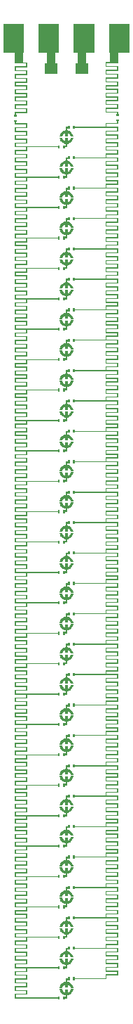
<source format=gbl>
G04*
G04 #@! TF.GenerationSoftware,Altium Limited,Altium Designer,25.3.3 (18)*
G04*
G04 Layer_Physical_Order=2*
G04 Layer_Color=16711680*
%FSLAX25Y25*%
%MOIN*%
G70*
G04*
G04 #@! TF.SameCoordinates,C26FD52E-3306-4ED3-9720-8CB08B7D1827*
G04*
G04*
G04 #@! TF.FilePolarity,Positive*
G04*
G01*
G75*
%ADD11R,0.01417X0.00866*%
%ADD17C,0.03543*%
%ADD18R,0.00898X0.00799*%
%ADD19R,0.00866X0.01417*%
G36*
X210926Y617423D02*
X207005D01*
Y612539D01*
X207990D01*
Y607421D01*
X202084D01*
Y612539D01*
X203068D01*
Y617423D01*
X201084D01*
Y631203D01*
X210926D01*
Y617423D01*
D02*
G37*
G36*
X194123D02*
X192154D01*
Y612539D01*
X193138D01*
Y607421D01*
X187232D01*
Y612539D01*
X188216D01*
Y617423D01*
X184281D01*
Y631203D01*
X194123D01*
Y617423D01*
D02*
G37*
G36*
X227730D02*
X222135D01*
Y612613D01*
X216729D01*
Y611298D01*
X222135D01*
Y608983D01*
X216729D01*
Y607668D01*
X222135D01*
Y605353D01*
X216729D01*
Y604038D01*
X222135D01*
Y601723D01*
X216729D01*
Y600408D01*
X222135D01*
Y598203D01*
X216729D01*
Y596888D01*
X222135D01*
Y594573D01*
X216729D01*
Y593258D01*
X222135D01*
Y590943D01*
X216729D01*
Y589628D01*
X222135D01*
Y588525D01*
X222594D01*
Y587463D01*
X221176D01*
Y588525D01*
X221635D01*
Y589128D01*
X216230D01*
Y591443D01*
X221635D01*
Y592758D01*
X216230D01*
Y595073D01*
X221635D01*
Y596388D01*
X216230D01*
Y598703D01*
X221635D01*
Y599908D01*
X216230D01*
Y602223D01*
X221635D01*
Y603538D01*
X216230D01*
Y605853D01*
X221635D01*
Y607168D01*
X216230D01*
Y609483D01*
X221635D01*
Y610798D01*
X216230D01*
Y613113D01*
X218198D01*
Y617423D01*
X217887D01*
Y631203D01*
X227730D01*
Y617423D01*
D02*
G37*
G36*
X177320D02*
X177009D01*
Y612964D01*
X178962D01*
Y610649D01*
X173557D01*
Y609334D01*
X178962D01*
Y607019D01*
X173557D01*
Y605704D01*
X178962D01*
Y603389D01*
X173557D01*
Y602074D01*
X178962D01*
Y599759D01*
X173557D01*
Y598554D01*
X178962D01*
Y596239D01*
X173557D01*
Y594924D01*
X178962D01*
Y592609D01*
X173557D01*
Y591294D01*
X178962D01*
Y588979D01*
X173557D01*
Y588376D01*
X174015D01*
Y587313D01*
X172598D01*
Y588376D01*
X173057D01*
Y589479D01*
X178462D01*
Y590794D01*
X173057D01*
Y593109D01*
X178462D01*
Y594424D01*
X173057D01*
Y596739D01*
X178462D01*
Y598054D01*
X173057D01*
Y600259D01*
X178462D01*
Y601574D01*
X173057D01*
Y603889D01*
X178462D01*
Y605204D01*
X173057D01*
Y607519D01*
X178462D01*
Y608834D01*
X173057D01*
Y611149D01*
X178462D01*
Y612464D01*
X173057D01*
Y613642D01*
X173072D01*
Y617423D01*
X167477D01*
Y631203D01*
X177320D01*
Y617423D01*
D02*
G37*
G36*
X222135Y583792D02*
X216729D01*
Y582478D01*
X222135D01*
Y580162D01*
X216729D01*
Y578848D01*
X222135D01*
Y576533D01*
X216729D01*
Y575217D01*
X222135D01*
Y572902D01*
X216729D01*
Y571588D01*
X222135D01*
Y570410D01*
Y569382D01*
X216729D01*
Y568067D01*
X222135D01*
Y565752D01*
X216729D01*
Y564437D01*
X222135D01*
Y562122D01*
X216729D01*
Y560807D01*
X222135D01*
Y558492D01*
X216729D01*
Y557177D01*
X222135D01*
Y556000D01*
Y554972D01*
X216729D01*
Y553657D01*
X222135D01*
Y551342D01*
X216729D01*
Y550027D01*
X222135D01*
Y547712D01*
X216729D01*
Y546397D01*
X222135D01*
Y544082D01*
X216729D01*
Y542767D01*
X222135D01*
Y541589D01*
Y540561D01*
X216729D01*
Y539246D01*
X222135D01*
Y536931D01*
X216729D01*
Y535616D01*
X222135D01*
Y533301D01*
X216729D01*
Y531986D01*
X222135D01*
Y529671D01*
X216729D01*
Y528356D01*
X222135D01*
Y527179D01*
Y526151D01*
X216729D01*
Y524836D01*
X222135D01*
Y522521D01*
X216729D01*
Y521206D01*
X222135D01*
Y518891D01*
X216729D01*
Y517576D01*
X222135D01*
Y515261D01*
X216729D01*
Y513946D01*
X222135D01*
Y512768D01*
Y511740D01*
X216729D01*
Y510425D01*
X222135D01*
Y508110D01*
X216729D01*
Y506795D01*
X222135D01*
Y504480D01*
X216729D01*
Y503165D01*
X222135D01*
Y500850D01*
X216729D01*
Y499535D01*
X222135D01*
Y498358D01*
Y497330D01*
X216729D01*
Y496015D01*
X222135D01*
Y493700D01*
X216729D01*
Y492385D01*
X222135D01*
Y490070D01*
X216729D01*
Y488755D01*
X222135D01*
Y486440D01*
X216729D01*
Y485125D01*
X222135D01*
Y483947D01*
Y482919D01*
X216729D01*
Y481604D01*
X222135D01*
Y479289D01*
X216729D01*
Y477974D01*
X222135D01*
Y475659D01*
X216729D01*
Y474344D01*
X222135D01*
Y472029D01*
X216729D01*
Y470714D01*
X222135D01*
Y469537D01*
Y468509D01*
X216729D01*
Y467194D01*
X222135D01*
Y464879D01*
X216729D01*
Y463564D01*
X222135D01*
Y461249D01*
X216729D01*
Y459934D01*
X222135D01*
Y457619D01*
X216729D01*
Y456304D01*
X222135D01*
Y455126D01*
Y454098D01*
X216729D01*
Y452783D01*
X222135D01*
Y450468D01*
X216729D01*
Y449153D01*
X222135D01*
Y446838D01*
X216729D01*
Y445523D01*
X222135D01*
Y443208D01*
X216729D01*
Y441893D01*
X222135D01*
Y440716D01*
Y439688D01*
X216729D01*
Y438373D01*
X222135D01*
Y436058D01*
X216729D01*
Y434743D01*
X222135D01*
Y432428D01*
X216729D01*
Y431113D01*
X222135D01*
Y428798D01*
X216729D01*
Y427483D01*
X222135D01*
Y426306D01*
Y425277D01*
X216729D01*
Y423962D01*
X222135D01*
Y421647D01*
X216729D01*
Y420332D01*
X222135D01*
Y418017D01*
X216729D01*
Y416702D01*
X222135D01*
Y414387D01*
X216729D01*
Y413072D01*
X222135D01*
Y411895D01*
Y410867D01*
X216729D01*
Y409552D01*
X222135D01*
Y407237D01*
X216729D01*
Y405922D01*
X222135D01*
Y403607D01*
X216729D01*
Y402292D01*
X222135D01*
Y399977D01*
X216729D01*
Y398662D01*
X222135D01*
Y397485D01*
Y396457D01*
X216729D01*
Y395142D01*
X222135D01*
Y392827D01*
X216729D01*
Y391512D01*
X222135D01*
Y389196D01*
X216729D01*
Y387881D01*
X222135D01*
Y385566D01*
X216729D01*
Y384251D01*
X222135D01*
Y383074D01*
Y382046D01*
X216729D01*
Y380731D01*
X222135D01*
Y378416D01*
X216729D01*
Y377101D01*
X222135D01*
Y374786D01*
X216729D01*
Y373471D01*
X222135D01*
Y371156D01*
X216729D01*
Y369841D01*
X222135D01*
Y368664D01*
Y367636D01*
X216729D01*
Y366321D01*
X222135D01*
Y364006D01*
X216729D01*
Y362691D01*
X222135D01*
Y360376D01*
X216729D01*
Y359061D01*
X222135D01*
Y356746D01*
X216729D01*
Y355431D01*
X222135D01*
Y354253D01*
Y353225D01*
X216729D01*
Y351910D01*
X222135D01*
Y349595D01*
X216729D01*
Y348280D01*
X222135D01*
Y345965D01*
X216729D01*
Y344650D01*
X222135D01*
Y342335D01*
X216729D01*
Y341020D01*
X222135D01*
Y339843D01*
Y338815D01*
X216729D01*
Y337500D01*
X222135D01*
Y335185D01*
X216729D01*
Y333870D01*
X222135D01*
Y331555D01*
X216729D01*
Y330240D01*
X222135D01*
Y327925D01*
X216729D01*
Y326610D01*
X222135D01*
Y325432D01*
Y324404D01*
X216729D01*
Y323089D01*
X222135D01*
Y320774D01*
X216729D01*
Y319459D01*
X222135D01*
Y317144D01*
X216729D01*
Y315829D01*
X222135D01*
Y313514D01*
X216729D01*
Y312199D01*
X222135D01*
Y311022D01*
Y309994D01*
X216729D01*
Y308679D01*
X222135D01*
Y306364D01*
X216729D01*
Y305049D01*
X222135D01*
Y302734D01*
X216729D01*
Y301419D01*
X222135D01*
Y299104D01*
X216729D01*
Y297789D01*
X222135D01*
Y296611D01*
Y295583D01*
X216729D01*
Y294268D01*
X222135D01*
Y291953D01*
X216729D01*
Y290638D01*
X222135D01*
Y288323D01*
X216729D01*
Y287008D01*
X222135D01*
Y284693D01*
X216729D01*
Y283378D01*
X222135D01*
Y282201D01*
Y281173D01*
X216729D01*
Y279858D01*
X222135D01*
Y277543D01*
X216729D01*
Y276228D01*
X222135D01*
Y273913D01*
X216729D01*
Y272598D01*
X222135D01*
Y270283D01*
X216729D01*
Y268968D01*
X222135D01*
Y267791D01*
Y266762D01*
X216729D01*
Y265447D01*
X222135D01*
Y263132D01*
X216729D01*
Y261817D01*
X222135D01*
Y259502D01*
X216729D01*
Y258187D01*
X222135D01*
Y255872D01*
X216729D01*
Y254557D01*
X222135D01*
Y253380D01*
Y252352D01*
X216729D01*
Y251037D01*
X222135D01*
Y248722D01*
X216729D01*
Y247407D01*
X222135D01*
Y245092D01*
X216729D01*
Y243777D01*
X222135D01*
Y241462D01*
X216729D01*
Y240147D01*
X222135D01*
Y238970D01*
Y237941D01*
X216729D01*
Y236627D01*
X222135D01*
Y234312D01*
X216729D01*
Y232997D01*
X222135D01*
Y230681D01*
X216729D01*
Y229366D01*
X222135D01*
Y227051D01*
X216729D01*
Y225736D01*
X222135D01*
Y224559D01*
Y223531D01*
X216729D01*
Y222216D01*
X222135D01*
Y219901D01*
X216729D01*
Y218586D01*
X222135D01*
Y216271D01*
X216729D01*
Y214956D01*
X222135D01*
Y212641D01*
X216729D01*
Y211326D01*
X222135D01*
Y210149D01*
Y209120D01*
X216729D01*
Y207805D01*
X222135D01*
Y205490D01*
X216729D01*
Y204175D01*
X222135D01*
Y201860D01*
X216729D01*
Y200546D01*
X222135D01*
Y198231D01*
X216729D01*
Y196915D01*
X222135D01*
Y195738D01*
Y194710D01*
X216729D01*
Y193395D01*
X222135D01*
Y191080D01*
X216729D01*
Y189765D01*
X222135D01*
Y187450D01*
X216729D01*
Y186135D01*
X222135D01*
Y183820D01*
X216729D01*
Y182505D01*
X222135D01*
Y181328D01*
Y180300D01*
X216729D01*
Y178985D01*
Y178485D01*
X201618D01*
Y178026D01*
X200752D01*
Y179443D01*
X201618D01*
Y178985D01*
X216230D01*
Y180800D01*
X221635D01*
Y181328D01*
Y182005D01*
X216230D01*
Y184320D01*
X221635D01*
Y185635D01*
X216230D01*
Y187950D01*
X221635D01*
Y189265D01*
X216230D01*
Y191580D01*
X221635D01*
Y192895D01*
X201618D01*
Y192436D01*
X200752D01*
Y193854D01*
X201618D01*
Y193395D01*
X216230D01*
Y195210D01*
X221635D01*
Y195738D01*
Y196415D01*
X216230D01*
Y198731D01*
X221635D01*
Y200045D01*
X216230D01*
Y202361D01*
X221635D01*
Y203676D01*
X216230D01*
Y205991D01*
X221635D01*
Y207306D01*
X201618D01*
Y206847D01*
X200752D01*
Y208264D01*
X201618D01*
Y207805D01*
X216230D01*
Y209620D01*
X221635D01*
Y210149D01*
Y210826D01*
X216230D01*
Y213141D01*
X221635D01*
Y214456D01*
X216230D01*
Y216771D01*
X221635D01*
Y218086D01*
X216230D01*
Y220401D01*
X221635D01*
Y221716D01*
X201618D01*
Y221257D01*
X200752D01*
Y222675D01*
X201618D01*
Y222216D01*
X216230D01*
Y224031D01*
X221635D01*
Y224559D01*
Y225237D01*
X216230D01*
Y227552D01*
X221635D01*
Y228866D01*
X216230D01*
Y231181D01*
X221635D01*
Y232497D01*
X216230D01*
Y234811D01*
X221635D01*
Y236126D01*
X201618D01*
Y235668D01*
X200752D01*
Y237085D01*
X201618D01*
Y236627D01*
X216230D01*
Y238441D01*
X221635D01*
Y238970D01*
Y239647D01*
X216230D01*
Y241962D01*
X221635D01*
Y243277D01*
X216230D01*
Y245592D01*
X221635D01*
Y246907D01*
X216230D01*
Y249222D01*
X221635D01*
Y250537D01*
X201618D01*
Y250078D01*
X200752D01*
Y251496D01*
X201618D01*
Y251037D01*
X216230D01*
Y252852D01*
X221635D01*
Y253380D01*
Y254057D01*
X216230D01*
Y256372D01*
X221635D01*
Y257687D01*
X216230D01*
Y260002D01*
X221635D01*
Y261317D01*
X216230D01*
Y263632D01*
X221635D01*
Y264947D01*
X201618D01*
Y264489D01*
X200752D01*
Y265906D01*
X201618D01*
Y265447D01*
X216230D01*
Y267262D01*
X221635D01*
Y267791D01*
Y268468D01*
X216230D01*
Y270783D01*
X221635D01*
Y272098D01*
X216230D01*
Y274413D01*
X221635D01*
Y275728D01*
X216230D01*
Y278043D01*
X221635D01*
Y279358D01*
X201618D01*
Y278899D01*
X200752D01*
Y280316D01*
X201618D01*
Y279858D01*
X216230D01*
Y281673D01*
X221635D01*
Y282201D01*
Y282878D01*
X216230D01*
Y285193D01*
X221635D01*
Y286508D01*
X216230D01*
Y288823D01*
X221635D01*
Y290138D01*
X216230D01*
Y292453D01*
X221635D01*
Y293768D01*
X201618D01*
Y293310D01*
X200752D01*
Y294727D01*
X201618D01*
Y294268D01*
X216230D01*
Y296083D01*
X221635D01*
Y296611D01*
Y297289D01*
X216230D01*
Y299604D01*
X221635D01*
Y300919D01*
X216230D01*
Y303234D01*
X221635D01*
Y304549D01*
X216230D01*
Y306864D01*
X221635D01*
Y308179D01*
X201618D01*
Y307720D01*
X200752D01*
Y309137D01*
X201618D01*
Y308679D01*
X216230D01*
Y310494D01*
X221635D01*
Y311022D01*
Y311699D01*
X216230D01*
Y314014D01*
X221635D01*
Y315329D01*
X216230D01*
Y317644D01*
X221635D01*
Y318959D01*
X216230D01*
Y321274D01*
X221635D01*
Y322589D01*
X201618D01*
Y322130D01*
X200752D01*
Y323548D01*
X201618D01*
Y323089D01*
X216230D01*
Y324904D01*
X221635D01*
Y325432D01*
Y326110D01*
X216230D01*
Y328425D01*
X221635D01*
Y329740D01*
X216230D01*
Y332055D01*
X221635D01*
Y333370D01*
X216230D01*
Y335685D01*
X221635D01*
Y337000D01*
X201618D01*
Y336541D01*
X200752D01*
Y337958D01*
X201618D01*
Y337500D01*
X216230D01*
Y339315D01*
X221635D01*
Y339843D01*
Y340520D01*
X216230D01*
Y342835D01*
X221635D01*
Y344150D01*
X216230D01*
Y346465D01*
X221635D01*
Y347780D01*
X216230D01*
Y350095D01*
X221635D01*
Y351410D01*
X201618D01*
Y350952D01*
X200752D01*
Y352369D01*
X201618D01*
Y351910D01*
X216230D01*
Y353725D01*
X221635D01*
Y354253D01*
Y354931D01*
X216230D01*
Y357246D01*
X221635D01*
Y358561D01*
X216230D01*
Y360876D01*
X221635D01*
Y362191D01*
X216230D01*
Y364506D01*
X221635D01*
Y365821D01*
X201618D01*
Y365362D01*
X200752D01*
Y366779D01*
X201618D01*
Y366321D01*
X216230D01*
Y368136D01*
X221635D01*
Y368664D01*
Y369341D01*
X216230D01*
Y371656D01*
X221635D01*
Y372971D01*
X216230D01*
Y375286D01*
X221635D01*
Y376601D01*
X216230D01*
Y378916D01*
X221635D01*
Y380231D01*
X201618D01*
Y379772D01*
X200752D01*
Y381190D01*
X201618D01*
Y380731D01*
X216230D01*
Y382546D01*
X221635D01*
Y383074D01*
Y383752D01*
X216230D01*
Y386067D01*
X221635D01*
Y387382D01*
X216230D01*
Y389697D01*
X221635D01*
Y391012D01*
X216230D01*
Y393326D01*
X221635D01*
Y394641D01*
X201618D01*
Y394183D01*
X200752D01*
Y395600D01*
X201618D01*
Y395142D01*
X216230D01*
Y396956D01*
X221635D01*
Y397485D01*
Y398162D01*
X216230D01*
Y400477D01*
X221635D01*
Y401792D01*
X216230D01*
Y404107D01*
X221635D01*
Y405422D01*
X216230D01*
Y407737D01*
X221635D01*
Y409052D01*
X201618D01*
Y408593D01*
X200752D01*
Y410011D01*
X201618D01*
Y409552D01*
X216230D01*
Y411367D01*
X221635D01*
Y411895D01*
Y412572D01*
X216230D01*
Y414887D01*
X221635D01*
Y416202D01*
X216230D01*
Y418517D01*
X221635D01*
Y419832D01*
X216230D01*
Y422147D01*
X221635D01*
Y423462D01*
X201618D01*
Y423004D01*
X200752D01*
Y424421D01*
X201618D01*
Y423962D01*
X216230D01*
Y425777D01*
X221635D01*
Y426306D01*
Y426983D01*
X216230D01*
Y429298D01*
X221635D01*
Y430613D01*
X216230D01*
Y432928D01*
X221635D01*
Y434243D01*
X216230D01*
Y436558D01*
X221635D01*
Y437873D01*
X201618D01*
Y437414D01*
X200752D01*
Y438832D01*
X201618D01*
Y438373D01*
X216230D01*
Y440188D01*
X221635D01*
Y440716D01*
Y441393D01*
X216230D01*
Y443708D01*
X221635D01*
Y445023D01*
X216230D01*
Y447338D01*
X221635D01*
Y448653D01*
X216230D01*
Y450968D01*
X221635D01*
Y452283D01*
X201618D01*
Y451825D01*
X200752D01*
Y453242D01*
X201618D01*
Y452783D01*
X216230D01*
Y454598D01*
X221635D01*
Y455126D01*
Y455804D01*
X216230D01*
Y458119D01*
X221635D01*
Y459434D01*
X216230D01*
Y461749D01*
X221635D01*
Y463064D01*
X216230D01*
Y465379D01*
X221635D01*
Y466694D01*
X201618D01*
Y466235D01*
X200752D01*
Y467653D01*
X201618D01*
Y467194D01*
X216230D01*
Y469009D01*
X221635D01*
Y469537D01*
Y470214D01*
X216230D01*
Y472529D01*
X221635D01*
Y473844D01*
X216230D01*
Y476159D01*
X221635D01*
Y477474D01*
X216230D01*
Y479789D01*
X221635D01*
Y481104D01*
X201618D01*
Y480646D01*
X200752D01*
Y482063D01*
X201618D01*
Y481604D01*
X216230D01*
Y483419D01*
X221635D01*
Y483947D01*
Y484625D01*
X216230D01*
Y486940D01*
X221635D01*
Y488255D01*
X216230D01*
Y490570D01*
X221635D01*
Y491885D01*
X216230D01*
Y494200D01*
X221635D01*
Y495515D01*
X201618D01*
Y495056D01*
X200752D01*
Y496473D01*
X201618D01*
Y496015D01*
X216230D01*
Y497830D01*
X221635D01*
Y498358D01*
Y499035D01*
X216230D01*
Y501350D01*
X221635D01*
Y502665D01*
X216230D01*
Y504980D01*
X221635D01*
Y506295D01*
X216230D01*
Y508610D01*
X221635D01*
Y509925D01*
X201618D01*
Y509467D01*
X200752D01*
Y510884D01*
X201618D01*
Y510425D01*
X216230D01*
Y512240D01*
X221635D01*
Y512768D01*
Y513446D01*
X216230D01*
Y515761D01*
X221635D01*
Y517076D01*
X216230D01*
Y519391D01*
X221635D01*
Y520706D01*
X216230D01*
Y523021D01*
X221635D01*
Y524336D01*
X201618D01*
Y523877D01*
X200752D01*
Y525294D01*
X201618D01*
Y524836D01*
X216230D01*
Y526651D01*
X221635D01*
Y527179D01*
Y527856D01*
X216230D01*
Y530171D01*
X221635D01*
Y531486D01*
X216230D01*
Y533801D01*
X221635D01*
Y535116D01*
X216230D01*
Y537431D01*
X221635D01*
Y538746D01*
X201618D01*
Y538287D01*
X200752D01*
Y539705D01*
X201618D01*
Y539246D01*
X216230D01*
Y541061D01*
X221635D01*
Y541589D01*
Y542267D01*
X216230D01*
Y544582D01*
X221635D01*
Y545897D01*
X216230D01*
Y548212D01*
X221635D01*
Y549527D01*
X216230D01*
Y551842D01*
X221635D01*
Y553157D01*
X201618D01*
Y552698D01*
X200752D01*
Y554115D01*
X201618D01*
Y553657D01*
X216230D01*
Y555472D01*
X221635D01*
Y556000D01*
Y556677D01*
X216230D01*
Y558992D01*
X221635D01*
Y560307D01*
X216230D01*
Y562622D01*
X221635D01*
Y563937D01*
X216230D01*
Y566252D01*
X221635D01*
Y567567D01*
X201618D01*
Y567108D01*
X200752D01*
Y568526D01*
X201618D01*
Y568067D01*
X216230D01*
Y569882D01*
X221635D01*
Y570410D01*
Y571088D01*
X216230D01*
Y573403D01*
X221635D01*
Y574718D01*
X216230D01*
Y577033D01*
X221635D01*
Y578347D01*
X216230D01*
Y580662D01*
X221635D01*
Y581978D01*
X201618D01*
Y581519D01*
X200752D01*
Y582936D01*
X201618D01*
Y582478D01*
X216230D01*
Y584293D01*
X221635D01*
Y585415D01*
X222135D01*
Y583792D01*
D02*
G37*
G36*
X199138Y581519D02*
X198272D01*
Y581978D01*
X197854D01*
Y580854D01*
X197854D01*
X198141Y580832D01*
X198699Y580687D01*
X199223Y580446D01*
X199696Y580116D01*
X200104Y579708D01*
X200434Y579235D01*
X200675Y578711D01*
X200820Y578153D01*
X200842Y577865D01*
X199655D01*
X199655Y577865D01*
X199598Y578159D01*
X199359Y578707D01*
X198974Y579163D01*
X198474Y579490D01*
X198194Y579596D01*
Y578064D01*
X197013D01*
Y579596D01*
X196733Y579490D01*
X196233Y579163D01*
X195848Y578707D01*
X195609Y578159D01*
X195552Y577865D01*
X194365D01*
X194387Y578153D01*
X194532Y578711D01*
X194773Y579235D01*
X195103Y579708D01*
X195511Y580116D01*
X195984Y580446D01*
X196508Y580687D01*
X197066Y580832D01*
X197353Y580854D01*
X197353Y582478D01*
X198272D01*
Y582936D01*
X199138D01*
Y581519D01*
D02*
G37*
G36*
X200842Y577365D02*
X200820Y577078D01*
X200675Y576520D01*
X200434Y575996D01*
X200104Y575523D01*
X199696Y575115D01*
X199223Y574785D01*
X198699Y574544D01*
X198141Y574399D01*
X197854Y574377D01*
X197854Y572753D01*
X196935D01*
Y572295D01*
X196069D01*
Y573712D01*
X196935D01*
Y573253D01*
X197353D01*
Y574377D01*
X197353Y574377D01*
X197066Y574399D01*
X196508Y574544D01*
X195984Y574785D01*
X195511Y575115D01*
X195103Y575523D01*
X194773Y575996D01*
X194532Y576520D01*
X194387Y577078D01*
X194365Y577365D01*
X195552Y577365D01*
X195552Y577365D01*
X195609Y577072D01*
X195848Y576524D01*
X196233Y576068D01*
X196733Y575741D01*
X197013Y575635D01*
Y577167D01*
X198194D01*
Y575635D01*
X198474Y575741D01*
X198974Y576068D01*
X199359Y576524D01*
X199598Y577072D01*
X199655Y577365D01*
X200842D01*
Y577365D01*
D02*
G37*
G36*
X173557Y584143D02*
X178962D01*
Y581828D01*
X173557D01*
Y580513D01*
X178962D01*
Y578198D01*
X173557D01*
Y576883D01*
X178962D01*
Y574568D01*
X173557D01*
Y573253D01*
X193589D01*
Y573712D01*
X194455D01*
Y572295D01*
X193589D01*
Y572753D01*
X178962D01*
Y570938D01*
X173557D01*
Y570410D01*
Y569733D01*
X178962D01*
Y567418D01*
X173557D01*
Y566103D01*
X178962D01*
Y563788D01*
X173557D01*
Y562473D01*
X178962D01*
Y560158D01*
X173557D01*
Y558843D01*
X193589D01*
Y559302D01*
X194455D01*
Y557884D01*
X193589D01*
Y558343D01*
X178962D01*
Y556528D01*
X173557D01*
Y556000D01*
Y555323D01*
X178962D01*
Y553007D01*
X173557D01*
Y551692D01*
X178962D01*
Y549377D01*
X173557D01*
Y548062D01*
X178962D01*
Y545748D01*
X173557D01*
Y544432D01*
X193589D01*
Y544891D01*
X194455D01*
Y543474D01*
X193589D01*
Y543932D01*
X178962D01*
Y542118D01*
X173557D01*
Y541589D01*
Y540912D01*
X178962D01*
Y538597D01*
X173557D01*
Y537282D01*
X178962D01*
Y534967D01*
X173557D01*
Y533652D01*
X178962D01*
Y531337D01*
X173557D01*
Y530022D01*
X193589D01*
Y530481D01*
X194455D01*
Y529063D01*
X193589D01*
Y529522D01*
X178962D01*
Y527707D01*
X173557D01*
Y527179D01*
Y526502D01*
X178962D01*
Y524187D01*
X173557D01*
Y522871D01*
X178962D01*
Y520556D01*
X173557D01*
Y519242D01*
X178962D01*
Y516926D01*
X173557D01*
Y515612D01*
X193589D01*
Y516070D01*
X194455D01*
Y514653D01*
X193589D01*
Y515111D01*
X178962D01*
Y513297D01*
X173557D01*
Y512768D01*
Y512091D01*
X178962D01*
Y509776D01*
X173557D01*
Y508461D01*
X178962D01*
Y506146D01*
X173557D01*
Y504831D01*
X178962D01*
Y502516D01*
X173557D01*
Y501201D01*
X193589D01*
Y501660D01*
X194455D01*
Y500242D01*
X193589D01*
Y500701D01*
X178962D01*
Y498886D01*
X173557D01*
Y498358D01*
Y497681D01*
X178962D01*
Y495366D01*
X173557D01*
Y494051D01*
X178962D01*
Y491736D01*
X173557D01*
Y490421D01*
X178962D01*
Y488106D01*
X173557D01*
Y486791D01*
X193589D01*
Y487249D01*
X194455D01*
Y485832D01*
X193589D01*
Y486291D01*
X178962D01*
Y484476D01*
X173557D01*
Y483947D01*
Y483270D01*
X178962D01*
Y480955D01*
X173557D01*
Y479640D01*
X178962D01*
Y477325D01*
X173557D01*
Y476010D01*
X178962D01*
Y473695D01*
X173557D01*
Y472380D01*
X193589D01*
Y472839D01*
X194455D01*
Y471421D01*
X193589D01*
Y471880D01*
X178962D01*
Y470065D01*
X173557D01*
Y469537D01*
Y468860D01*
X178962D01*
Y466545D01*
X173557D01*
Y465230D01*
X178962D01*
Y462915D01*
X173557D01*
Y461600D01*
X178962D01*
Y459285D01*
X173557D01*
Y457970D01*
X193589D01*
Y458428D01*
X194455D01*
Y457011D01*
X193589D01*
Y457470D01*
X178962D01*
Y455655D01*
X173557D01*
Y455126D01*
Y454449D01*
X178962D01*
Y452134D01*
X173557D01*
Y450819D01*
X178962D01*
Y448504D01*
X173557D01*
Y447189D01*
X178962D01*
Y444874D01*
X173557D01*
Y443559D01*
X193589D01*
Y444018D01*
X194455D01*
Y442601D01*
X193589D01*
Y443059D01*
X178962D01*
Y441244D01*
X173557D01*
Y440716D01*
Y440039D01*
X178962D01*
Y437724D01*
X173557D01*
Y436409D01*
X178962D01*
Y434094D01*
X173557D01*
Y432779D01*
X178962D01*
Y430464D01*
X173557D01*
Y429149D01*
X193589D01*
Y429607D01*
X194455D01*
Y428190D01*
X193589D01*
Y428649D01*
X178962D01*
Y426834D01*
X173557D01*
Y426306D01*
Y425628D01*
X178962D01*
Y423313D01*
X173557D01*
Y421998D01*
X178962D01*
Y419683D01*
X173557D01*
Y418368D01*
X178962D01*
Y416053D01*
X173557D01*
Y414738D01*
X193589D01*
Y415197D01*
X194455D01*
Y413780D01*
X193589D01*
Y414238D01*
X178962D01*
Y412423D01*
X173557D01*
Y411895D01*
Y411218D01*
X178962D01*
Y408903D01*
X173557D01*
Y407588D01*
X178962D01*
Y405273D01*
X173557D01*
Y403958D01*
X178962D01*
Y401643D01*
X173557D01*
Y400328D01*
X193589D01*
Y400786D01*
X194455D01*
Y399369D01*
X193589D01*
Y399828D01*
X178962D01*
Y398013D01*
X173557D01*
Y397485D01*
Y396807D01*
X178962D01*
Y394492D01*
X173557D01*
Y393177D01*
X178962D01*
Y390862D01*
X173557D01*
Y389547D01*
X178962D01*
Y387232D01*
X173557D01*
Y385917D01*
X193589D01*
Y386376D01*
X194455D01*
Y384959D01*
X193589D01*
Y385417D01*
X178962D01*
Y383602D01*
X173557D01*
Y383074D01*
Y382397D01*
X178962D01*
Y380082D01*
X173557D01*
Y378767D01*
X178962D01*
Y376452D01*
X173557D01*
Y375137D01*
X178962D01*
Y372822D01*
X173557D01*
Y371507D01*
X193589D01*
Y371966D01*
X194455D01*
Y370548D01*
X193589D01*
Y371007D01*
X178962D01*
Y369192D01*
X173557D01*
Y368664D01*
Y367986D01*
X178962D01*
Y365671D01*
X173557D01*
Y364356D01*
X178962D01*
Y362041D01*
X173557D01*
Y360726D01*
X178962D01*
Y358412D01*
X173557D01*
Y357097D01*
X193589D01*
Y357555D01*
X194455D01*
Y356138D01*
X193589D01*
Y356596D01*
X178962D01*
Y354782D01*
X173557D01*
Y354253D01*
Y353576D01*
X178962D01*
Y351261D01*
X173557D01*
Y349946D01*
X178962D01*
Y347631D01*
X173557D01*
Y346316D01*
X178962D01*
Y344001D01*
X173557D01*
Y342686D01*
X193589D01*
Y343145D01*
X194455D01*
Y341727D01*
X193589D01*
Y342186D01*
X178962D01*
Y340371D01*
X173557D01*
Y339843D01*
Y339165D01*
X178962D01*
Y336851D01*
X173557D01*
Y335536D01*
X178962D01*
Y333221D01*
X173557D01*
Y331906D01*
X178962D01*
Y329591D01*
X173557D01*
Y328276D01*
X193589D01*
Y328734D01*
X194455D01*
Y327317D01*
X193589D01*
Y327776D01*
X178962D01*
Y325961D01*
X173557D01*
Y325432D01*
Y324755D01*
X178962D01*
Y322440D01*
X173557D01*
Y321125D01*
X178962D01*
Y318810D01*
X173557D01*
Y317495D01*
X178962D01*
Y315180D01*
X173557D01*
Y313865D01*
X193589D01*
Y314324D01*
X194455D01*
Y312906D01*
X193589D01*
Y313365D01*
X178962D01*
Y311550D01*
X173557D01*
Y311022D01*
Y310345D01*
X178962D01*
Y308030D01*
X173557D01*
Y306715D01*
X178962D01*
Y304400D01*
X173557D01*
Y303085D01*
X178962D01*
Y300770D01*
X173557D01*
Y299455D01*
X193589D01*
Y299913D01*
X194455D01*
Y298496D01*
X193589D01*
Y298955D01*
X178962D01*
Y297140D01*
X173557D01*
Y296611D01*
Y295934D01*
X178962D01*
Y293619D01*
X173557D01*
Y292304D01*
X178962D01*
Y289989D01*
X173557D01*
Y288674D01*
X178962D01*
Y286359D01*
X173557D01*
Y285044D01*
X193589D01*
Y285503D01*
X194455D01*
Y284085D01*
X193589D01*
Y284544D01*
X178962D01*
Y282729D01*
X173557D01*
Y282201D01*
Y281524D01*
X178962D01*
Y279209D01*
X173557D01*
Y277894D01*
X178962D01*
Y275579D01*
X173557D01*
Y274264D01*
X178962D01*
Y271949D01*
X173557D01*
Y270634D01*
X193589D01*
Y271092D01*
X194455D01*
Y269675D01*
X193589D01*
Y270134D01*
X178962D01*
Y268319D01*
X173557D01*
Y267791D01*
Y267113D01*
X178962D01*
Y264798D01*
X173557D01*
Y263483D01*
X178962D01*
Y261168D01*
X173557D01*
Y259853D01*
X178962D01*
Y257538D01*
X173557D01*
Y256223D01*
X193589D01*
Y256682D01*
X194455D01*
Y255265D01*
X193589D01*
Y255723D01*
X178962D01*
Y253908D01*
X173557D01*
Y253380D01*
Y252703D01*
X178962D01*
Y250388D01*
X173557D01*
Y249073D01*
X178962D01*
Y246758D01*
X173557D01*
Y245443D01*
X178962D01*
Y243128D01*
X173557D01*
Y241813D01*
X193589D01*
Y242271D01*
X194455D01*
Y240854D01*
X193589D01*
Y241313D01*
X178962D01*
Y239498D01*
X173557D01*
Y238970D01*
Y238292D01*
X178962D01*
Y235977D01*
X173557D01*
Y234662D01*
X178962D01*
Y232347D01*
X173557D01*
Y231032D01*
X178962D01*
Y228717D01*
X173557D01*
Y227402D01*
X193589D01*
Y227861D01*
X194455D01*
Y226444D01*
X193589D01*
Y226902D01*
X178962D01*
Y225087D01*
X173557D01*
Y224559D01*
Y223882D01*
X178962D01*
Y221567D01*
X173557D01*
Y220252D01*
X178962D01*
Y217937D01*
X173557D01*
Y216622D01*
X178962D01*
Y214307D01*
X173557D01*
Y212992D01*
X193589D01*
Y213451D01*
X194455D01*
Y212033D01*
X193589D01*
Y212492D01*
X178962D01*
Y210677D01*
X173557D01*
Y210149D01*
Y209471D01*
X178962D01*
Y207156D01*
X173557D01*
Y205841D01*
X178962D01*
Y203526D01*
X173557D01*
Y202211D01*
X178962D01*
Y199896D01*
X173557D01*
Y198581D01*
X193589D01*
Y199040D01*
X194455D01*
Y197623D01*
X193589D01*
Y198081D01*
X178962D01*
Y196266D01*
X173557D01*
Y195738D01*
Y195061D01*
X178962D01*
Y192746D01*
X173557D01*
Y191431D01*
X178962D01*
Y189116D01*
X173557D01*
Y187801D01*
X178962D01*
Y185486D01*
X173557D01*
Y184171D01*
X193589D01*
Y184630D01*
X194455D01*
Y183212D01*
X193589D01*
Y183671D01*
X178962D01*
Y181856D01*
X173557D01*
Y181328D01*
Y180650D01*
X178962D01*
Y178335D01*
X173557D01*
Y177021D01*
X178962D01*
Y174706D01*
X173557D01*
Y173390D01*
X178962D01*
Y171075D01*
X173557D01*
Y169761D01*
X193589D01*
Y170219D01*
X194455D01*
Y168802D01*
X193589D01*
Y169261D01*
X173057D01*
Y171575D01*
X178462D01*
Y172890D01*
X173057D01*
Y175206D01*
X178462D01*
Y176521D01*
X173057D01*
Y178835D01*
X178462D01*
Y180150D01*
X173057D01*
Y181328D01*
Y182356D01*
X178462D01*
Y183671D01*
X173057D01*
Y185986D01*
X178462D01*
Y187301D01*
X173057D01*
Y189616D01*
X178462D01*
Y190931D01*
X173057D01*
Y193246D01*
X178462D01*
Y194561D01*
X173057D01*
Y195738D01*
Y196766D01*
X178462D01*
Y198081D01*
X173057D01*
Y200396D01*
X178462D01*
Y201711D01*
X173057D01*
Y204026D01*
X178462D01*
Y205341D01*
X173057D01*
Y207656D01*
X178462D01*
Y208971D01*
X173057D01*
Y210149D01*
Y211177D01*
X178462D01*
Y212492D01*
X173057D01*
Y214807D01*
X178462D01*
Y216122D01*
X173057D01*
Y218437D01*
X178462D01*
Y219752D01*
X173057D01*
Y222067D01*
X178462D01*
Y223382D01*
X173057D01*
Y224559D01*
Y225587D01*
X178462D01*
Y226902D01*
X173057D01*
Y229217D01*
X178462D01*
Y230532D01*
X173057D01*
Y232847D01*
X178462D01*
Y234162D01*
X173057D01*
Y236477D01*
X178462D01*
Y237792D01*
X173057D01*
Y238970D01*
Y239998D01*
X178462D01*
Y241313D01*
X173057D01*
Y243628D01*
X178462D01*
Y244943D01*
X173057D01*
Y247258D01*
X178462D01*
Y248573D01*
X173057D01*
Y250888D01*
X178462D01*
Y252203D01*
X173057D01*
Y253380D01*
Y254408D01*
X178462D01*
Y255723D01*
X173057D01*
Y258038D01*
X178462D01*
Y259353D01*
X173057D01*
Y261668D01*
X178462D01*
Y262983D01*
X173057D01*
Y265298D01*
X178462D01*
Y266613D01*
X173057D01*
Y267791D01*
Y268819D01*
X178462D01*
Y270134D01*
X173057D01*
Y272449D01*
X178462D01*
Y273764D01*
X173057D01*
Y276079D01*
X178462D01*
Y277394D01*
X173057D01*
Y279709D01*
X178462D01*
Y281024D01*
X173057D01*
Y282201D01*
Y283229D01*
X178462D01*
Y284544D01*
X173057D01*
Y286859D01*
X178462D01*
Y288174D01*
X173057D01*
Y290489D01*
X178462D01*
Y291804D01*
X173057D01*
Y294119D01*
X178462D01*
Y295434D01*
X173057D01*
Y296611D01*
Y297640D01*
X178462D01*
Y298955D01*
X173057D01*
Y301270D01*
X178462D01*
Y302585D01*
X173057D01*
Y304900D01*
X178462D01*
Y306215D01*
X173057D01*
Y308530D01*
X178462D01*
Y309845D01*
X173057D01*
Y311022D01*
Y312050D01*
X178462D01*
Y313365D01*
X173057D01*
Y315680D01*
X178462D01*
Y316995D01*
X173057D01*
Y319310D01*
X178462D01*
Y320625D01*
X173057D01*
Y322940D01*
X178462D01*
Y324255D01*
X173057D01*
Y325432D01*
Y326461D01*
X178462D01*
Y327776D01*
X173057D01*
Y330090D01*
X178462D01*
Y331405D01*
X173057D01*
Y333721D01*
X178462D01*
Y335036D01*
X173057D01*
Y337351D01*
X178462D01*
Y338666D01*
X173057D01*
Y339843D01*
Y340871D01*
X178462D01*
Y342186D01*
X173057D01*
Y344501D01*
X178462D01*
Y345816D01*
X173057D01*
Y348131D01*
X178462D01*
Y349446D01*
X173057D01*
Y351761D01*
X178462D01*
Y353076D01*
X173057D01*
Y354253D01*
Y355281D01*
X178462D01*
Y356596D01*
X173057D01*
Y358911D01*
X178462D01*
Y360226D01*
X173057D01*
Y362542D01*
X178462D01*
Y363857D01*
X173057D01*
Y366172D01*
X178462D01*
Y367487D01*
X173057D01*
Y368664D01*
Y369692D01*
X178462D01*
Y371007D01*
X173057D01*
Y373322D01*
X178462D01*
Y374637D01*
X173057D01*
Y376952D01*
X178462D01*
Y378267D01*
X173057D01*
Y380582D01*
X178462D01*
Y381897D01*
X173057D01*
Y383074D01*
Y384102D01*
X178462D01*
Y385417D01*
X173057D01*
Y387732D01*
X178462D01*
Y389047D01*
X173057D01*
Y391362D01*
X178462D01*
Y392677D01*
X173057D01*
Y394992D01*
X178462D01*
Y396307D01*
X173057D01*
Y397485D01*
Y398513D01*
X178462D01*
Y399828D01*
X173057D01*
Y402143D01*
X178462D01*
Y403458D01*
X173057D01*
Y405773D01*
X178462D01*
Y407088D01*
X173057D01*
Y409403D01*
X178462D01*
Y410718D01*
X173057D01*
Y411895D01*
Y412923D01*
X178462D01*
Y414238D01*
X173057D01*
Y416553D01*
X178462D01*
Y417868D01*
X173057D01*
Y420183D01*
X178462D01*
Y421498D01*
X173057D01*
Y423813D01*
X178462D01*
Y425128D01*
X173057D01*
Y426306D01*
Y427334D01*
X178462D01*
Y428649D01*
X173057D01*
Y430964D01*
X178462D01*
Y432279D01*
X173057D01*
Y434594D01*
X178462D01*
Y435909D01*
X173057D01*
Y438224D01*
X178462D01*
Y439539D01*
X173057D01*
Y440716D01*
Y441744D01*
X178462D01*
Y443059D01*
X173057D01*
Y445374D01*
X178462D01*
Y446689D01*
X173057D01*
Y449004D01*
X178462D01*
Y450319D01*
X173057D01*
Y452634D01*
X178462D01*
Y453949D01*
X173057D01*
Y455126D01*
Y456155D01*
X178462D01*
Y457470D01*
X173057D01*
Y459785D01*
X178462D01*
Y461100D01*
X173057D01*
Y463415D01*
X178462D01*
Y464730D01*
X173057D01*
Y467045D01*
X178462D01*
Y468360D01*
X173057D01*
Y469537D01*
Y470565D01*
X178462D01*
Y471880D01*
X173057D01*
Y474195D01*
X178462D01*
Y475510D01*
X173057D01*
Y477825D01*
X178462D01*
Y479140D01*
X173057D01*
Y481455D01*
X178462D01*
Y482770D01*
X173057D01*
Y483947D01*
Y484976D01*
X178462D01*
Y486291D01*
X173057D01*
Y488606D01*
X178462D01*
Y489921D01*
X173057D01*
Y492236D01*
X178462D01*
Y493551D01*
X173057D01*
Y495866D01*
X178462D01*
Y497181D01*
X173057D01*
Y498358D01*
Y499386D01*
X178462D01*
Y500701D01*
X173057D01*
Y503016D01*
X178462D01*
Y504331D01*
X173057D01*
Y506646D01*
X178462D01*
Y507961D01*
X173057D01*
Y510276D01*
X178462D01*
Y511591D01*
X173057D01*
Y512768D01*
Y513797D01*
X178462D01*
Y515111D01*
X173057D01*
Y517426D01*
X178462D01*
Y518742D01*
X173057D01*
Y521057D01*
X178462D01*
Y522371D01*
X173057D01*
Y524686D01*
X178462D01*
Y526002D01*
X173057D01*
Y527179D01*
Y528207D01*
X178462D01*
Y529522D01*
X173057D01*
Y531837D01*
X178462D01*
Y533152D01*
X173057D01*
Y535467D01*
X178462D01*
Y536782D01*
X173057D01*
Y539097D01*
X178462D01*
Y540412D01*
X173057D01*
Y541589D01*
Y542618D01*
X178462D01*
Y543932D01*
X173057D01*
Y546247D01*
X178462D01*
Y547562D01*
X173057D01*
Y549878D01*
X178462D01*
Y551193D01*
X173057D01*
Y553507D01*
X178462D01*
Y554822D01*
X173057D01*
Y556000D01*
Y557028D01*
X178462D01*
Y558343D01*
X173057D01*
Y560658D01*
X178462D01*
Y561973D01*
X173057D01*
Y564288D01*
X178462D01*
Y565603D01*
X173057D01*
Y567918D01*
X178462D01*
Y569233D01*
X173057D01*
Y570410D01*
Y571438D01*
X178462D01*
Y572753D01*
X173057D01*
Y575068D01*
X178462D01*
Y576383D01*
X173057D01*
Y578698D01*
X178462D01*
Y580013D01*
X173057D01*
Y582328D01*
X178462D01*
Y583643D01*
X173057D01*
Y585266D01*
X173557D01*
Y584143D01*
D02*
G37*
G36*
X199138Y567108D02*
X198272D01*
Y567567D01*
X197854D01*
Y566443D01*
X197854D01*
X198141Y566421D01*
X198699Y566276D01*
X199223Y566035D01*
X199696Y565706D01*
X200104Y565298D01*
X200434Y564824D01*
X200675Y564301D01*
X200820Y563742D01*
X200842Y563455D01*
X199655D01*
X199655Y563455D01*
X199598Y563749D01*
X199359Y564296D01*
X198974Y564752D01*
X198474Y565080D01*
X198194Y565186D01*
Y563654D01*
X197013D01*
Y565186D01*
X196733Y565080D01*
X196233Y564752D01*
X195848Y564296D01*
X195609Y563749D01*
X195552Y563455D01*
X194365D01*
X194387Y563742D01*
X194532Y564301D01*
X194773Y564824D01*
X195103Y565298D01*
X195511Y565706D01*
X195984Y566035D01*
X196508Y566276D01*
X197066Y566421D01*
X197353Y566443D01*
X197353Y568067D01*
X198272D01*
Y568526D01*
X199138D01*
Y567108D01*
D02*
G37*
G36*
X200842Y562955D02*
X200820Y562668D01*
X200675Y562109D01*
X200434Y561585D01*
X200104Y561112D01*
X199696Y560704D01*
X199223Y560375D01*
X198699Y560134D01*
X198141Y559989D01*
X197854Y559967D01*
X197854Y558343D01*
X196935D01*
Y557884D01*
X196069D01*
Y559302D01*
X196935D01*
Y558843D01*
X197353D01*
Y559967D01*
X197353Y559967D01*
X197066Y559989D01*
X196508Y560134D01*
X195984Y560375D01*
X195511Y560704D01*
X195103Y561112D01*
X194773Y561585D01*
X194532Y562109D01*
X194387Y562668D01*
X194365Y562955D01*
X195552Y562955D01*
X195552Y562955D01*
X195609Y562661D01*
X195848Y562114D01*
X196233Y561657D01*
X196733Y561330D01*
X197013Y561224D01*
Y562756D01*
X198194D01*
Y561224D01*
X198474Y561330D01*
X198974Y561657D01*
X199359Y562114D01*
X199598Y562661D01*
X199655Y562955D01*
X200842D01*
Y562955D01*
D02*
G37*
G36*
X199138Y552698D02*
X198272D01*
Y553157D01*
X197854D01*
Y552033D01*
X197854D01*
X198141Y552011D01*
X198699Y551866D01*
X199223Y551625D01*
X199696Y551295D01*
X200104Y550887D01*
X200434Y550414D01*
X200675Y549890D01*
X200820Y549332D01*
X200842Y549045D01*
X199655D01*
X199655Y549045D01*
X199598Y549338D01*
X199359Y549886D01*
X198974Y550342D01*
X198474Y550669D01*
X198194Y550775D01*
Y549243D01*
X197013D01*
Y550775D01*
X196733Y550669D01*
X196233Y550342D01*
X195848Y549886D01*
X195609Y549338D01*
X195552Y549045D01*
X194365D01*
X194387Y549332D01*
X194532Y549890D01*
X194773Y550414D01*
X195103Y550887D01*
X195511Y551295D01*
X195984Y551625D01*
X196508Y551866D01*
X197066Y552011D01*
X197353Y552033D01*
X197353Y553657D01*
X198272D01*
Y554115D01*
X199138D01*
Y552698D01*
D02*
G37*
G36*
X200842Y548545D02*
X200820Y548257D01*
X200675Y547699D01*
X200434Y547175D01*
X200104Y546702D01*
X199696Y546294D01*
X199223Y545964D01*
X198699Y545723D01*
X198141Y545578D01*
X197854Y545556D01*
X197854Y543932D01*
X196935D01*
Y543474D01*
X196069D01*
Y544891D01*
X196935D01*
Y544432D01*
X197353D01*
Y545556D01*
X197353Y545556D01*
X197066Y545578D01*
X196508Y545723D01*
X195984Y545964D01*
X195511Y546294D01*
X195103Y546702D01*
X194773Y547175D01*
X194532Y547699D01*
X194387Y548257D01*
X194365Y548545D01*
X195552Y548545D01*
X195552Y548545D01*
X195609Y548251D01*
X195848Y547703D01*
X196233Y547247D01*
X196733Y546920D01*
X197013Y546814D01*
Y548346D01*
X198194D01*
Y546814D01*
X198474Y546920D01*
X198974Y547247D01*
X199359Y547703D01*
X199598Y548251D01*
X199655Y548545D01*
X200842D01*
Y548545D01*
D02*
G37*
G36*
X199138Y538287D02*
X198272D01*
Y538746D01*
X197854D01*
Y537622D01*
X197854D01*
X198141Y537600D01*
X198699Y537455D01*
X199223Y537214D01*
X199696Y536885D01*
X200104Y536477D01*
X200434Y536004D01*
X200675Y535480D01*
X200820Y534922D01*
X200842Y534634D01*
X199655D01*
X199655Y534634D01*
X199598Y534928D01*
X199359Y535475D01*
X198974Y535932D01*
X198474Y536259D01*
X198194Y536365D01*
Y534833D01*
X197013D01*
Y536365D01*
X196733Y536259D01*
X196233Y535932D01*
X195848Y535475D01*
X195609Y534928D01*
X195552Y534634D01*
X194365D01*
X194387Y534922D01*
X194532Y535480D01*
X194773Y536004D01*
X195103Y536477D01*
X195511Y536885D01*
X195984Y537214D01*
X196508Y537455D01*
X197066Y537600D01*
X197353Y537622D01*
X197353Y539246D01*
X198272D01*
Y539705D01*
X199138D01*
Y538287D01*
D02*
G37*
G36*
X200842Y534134D02*
X200820Y533847D01*
X200675Y533288D01*
X200434Y532764D01*
X200104Y532291D01*
X199696Y531883D01*
X199223Y531554D01*
X198699Y531313D01*
X198141Y531168D01*
X197854Y531146D01*
X197854Y529522D01*
X196935D01*
Y529063D01*
X196069D01*
Y530481D01*
X196935D01*
Y530022D01*
X197353D01*
Y531146D01*
X197353Y531146D01*
X197066Y531168D01*
X196508Y531313D01*
X195984Y531554D01*
X195511Y531883D01*
X195103Y532291D01*
X194773Y532764D01*
X194532Y533288D01*
X194387Y533847D01*
X194365Y534134D01*
X195552Y534134D01*
X195552Y534134D01*
X195609Y533840D01*
X195848Y533293D01*
X196233Y532836D01*
X196733Y532509D01*
X197013Y532403D01*
Y533935D01*
X198194D01*
Y532403D01*
X198474Y532509D01*
X198974Y532836D01*
X199359Y533293D01*
X199598Y533840D01*
X199655Y534134D01*
X200842D01*
Y534134D01*
D02*
G37*
G36*
X199138Y523877D02*
X198272D01*
Y524336D01*
X197854D01*
Y523212D01*
X197854D01*
X198141Y523190D01*
X198699Y523045D01*
X199223Y522804D01*
X199696Y522474D01*
X200104Y522066D01*
X200434Y521593D01*
X200675Y521069D01*
X200820Y520511D01*
X200842Y520224D01*
X199655D01*
X199655Y520224D01*
X199598Y520517D01*
X199359Y521065D01*
X198974Y521521D01*
X198474Y521848D01*
X198194Y521954D01*
Y520422D01*
X197013D01*
Y521954D01*
X196733Y521848D01*
X196233Y521521D01*
X195848Y521065D01*
X195609Y520517D01*
X195552Y520224D01*
X194365D01*
X194387Y520511D01*
X194532Y521069D01*
X194773Y521593D01*
X195103Y522066D01*
X195511Y522474D01*
X195984Y522804D01*
X196508Y523045D01*
X197066Y523190D01*
X197353Y523212D01*
X197353Y524836D01*
X198272D01*
Y525294D01*
X199138D01*
Y523877D01*
D02*
G37*
G36*
X200842Y519724D02*
X200820Y519436D01*
X200675Y518878D01*
X200434Y518354D01*
X200104Y517881D01*
X199696Y517473D01*
X199223Y517143D01*
X198699Y516902D01*
X198141Y516757D01*
X197854Y516735D01*
X197854Y515111D01*
X196935D01*
Y514653D01*
X196069D01*
Y516070D01*
X196935D01*
Y515612D01*
X197353D01*
Y516735D01*
X197353Y516735D01*
X197066Y516757D01*
X196508Y516902D01*
X195984Y517143D01*
X195511Y517473D01*
X195103Y517881D01*
X194773Y518354D01*
X194532Y518878D01*
X194387Y519436D01*
X194365Y519724D01*
X195552Y519724D01*
X195552Y519724D01*
X195609Y519430D01*
X195848Y518882D01*
X196233Y518426D01*
X196733Y518099D01*
X197013Y517993D01*
Y519525D01*
X198194D01*
Y517993D01*
X198474Y518099D01*
X198974Y518426D01*
X199359Y518882D01*
X199598Y519430D01*
X199655Y519724D01*
X200842D01*
Y519724D01*
D02*
G37*
G36*
X199138Y509467D02*
X198272D01*
Y509925D01*
X197854D01*
Y508802D01*
X197854D01*
X198141Y508779D01*
X198699Y508634D01*
X199223Y508393D01*
X199696Y508064D01*
X200104Y507656D01*
X200434Y507183D01*
X200675Y506659D01*
X200820Y506101D01*
X200842Y505813D01*
X199655D01*
X199655Y505813D01*
X199598Y506107D01*
X199359Y506654D01*
X198974Y507111D01*
X198474Y507438D01*
X198194Y507544D01*
Y506012D01*
X197013D01*
Y507544D01*
X196733Y507438D01*
X196233Y507111D01*
X195848Y506654D01*
X195609Y506107D01*
X195552Y505813D01*
X194365D01*
X194387Y506101D01*
X194532Y506659D01*
X194773Y507183D01*
X195103Y507656D01*
X195511Y508064D01*
X195984Y508393D01*
X196508Y508634D01*
X197066Y508779D01*
X197353Y508802D01*
X197353Y510425D01*
X198272D01*
Y510884D01*
X199138D01*
Y509467D01*
D02*
G37*
G36*
X200842Y505313D02*
X200820Y505026D01*
X200675Y504467D01*
X200434Y503943D01*
X200104Y503470D01*
X199696Y503062D01*
X199223Y502733D01*
X198699Y502492D01*
X198141Y502347D01*
X197854Y502325D01*
X197854Y500701D01*
X196935D01*
Y500242D01*
X196069D01*
Y501660D01*
X196935D01*
Y501201D01*
X197353D01*
Y502325D01*
X197353Y502325D01*
X197066Y502347D01*
X196508Y502492D01*
X195984Y502733D01*
X195511Y503062D01*
X195103Y503470D01*
X194773Y503943D01*
X194532Y504467D01*
X194387Y505026D01*
X194365Y505313D01*
X195552Y505313D01*
X195552Y505313D01*
X195609Y505019D01*
X195848Y504472D01*
X196233Y504016D01*
X196733Y503688D01*
X197013Y503582D01*
Y505114D01*
X198194D01*
Y503582D01*
X198474Y503688D01*
X198974Y504016D01*
X199359Y504472D01*
X199598Y505019D01*
X199655Y505313D01*
X200842D01*
Y505313D01*
D02*
G37*
G36*
X199138Y495056D02*
X198272D01*
Y495515D01*
X197854D01*
Y494391D01*
X197854D01*
X198141Y494369D01*
X198699Y494224D01*
X199223Y493983D01*
X199696Y493653D01*
X200104Y493246D01*
X200434Y492772D01*
X200675Y492248D01*
X200820Y491690D01*
X200842Y491403D01*
X199655D01*
X199655Y491403D01*
X199598Y491697D01*
X199359Y492244D01*
X198974Y492700D01*
X198474Y493027D01*
X198194Y493133D01*
Y491602D01*
X197013D01*
Y493133D01*
X196733Y493027D01*
X196233Y492700D01*
X195848Y492244D01*
X195609Y491697D01*
X195552Y491403D01*
X194365D01*
X194387Y491690D01*
X194532Y492248D01*
X194773Y492772D01*
X195103Y493246D01*
X195511Y493653D01*
X195984Y493983D01*
X196508Y494224D01*
X197066Y494369D01*
X197353Y494391D01*
X197353Y496015D01*
X198272D01*
Y496473D01*
X199138D01*
Y495056D01*
D02*
G37*
G36*
X200842Y490903D02*
X200820Y490615D01*
X200675Y490057D01*
X200434Y489533D01*
X200104Y489060D01*
X199696Y488652D01*
X199223Y488322D01*
X198699Y488081D01*
X198141Y487936D01*
X197854Y487914D01*
X197854Y486291D01*
X196935D01*
Y485832D01*
X196069D01*
Y487249D01*
X196935D01*
Y486791D01*
X197353D01*
Y487914D01*
X197353Y487914D01*
X197066Y487936D01*
X196508Y488081D01*
X195984Y488322D01*
X195511Y488652D01*
X195103Y489060D01*
X194773Y489533D01*
X194532Y490057D01*
X194387Y490615D01*
X194365Y490903D01*
X195552Y490903D01*
X195552Y490903D01*
X195609Y490609D01*
X195848Y490061D01*
X196233Y489605D01*
X196733Y489278D01*
X197013Y489172D01*
Y490704D01*
X198194D01*
Y489172D01*
X198474Y489278D01*
X198974Y489605D01*
X199359Y490061D01*
X199598Y490609D01*
X199655Y490903D01*
X200842D01*
Y490903D01*
D02*
G37*
G36*
X199138Y480646D02*
X198272D01*
Y481104D01*
X197854D01*
Y479981D01*
X197854D01*
X198141Y479958D01*
X198699Y479813D01*
X199223Y479572D01*
X199696Y479243D01*
X200104Y478835D01*
X200434Y478362D01*
X200675Y477838D01*
X200820Y477280D01*
X200842Y476992D01*
X199655D01*
X199655Y476992D01*
X199598Y477286D01*
X199359Y477833D01*
X198974Y478290D01*
X198474Y478617D01*
X198194Y478723D01*
Y477191D01*
X197013D01*
Y478723D01*
X196733Y478617D01*
X196233Y478290D01*
X195848Y477833D01*
X195609Y477286D01*
X195552Y476992D01*
X194365D01*
X194387Y477280D01*
X194532Y477838D01*
X194773Y478362D01*
X195103Y478835D01*
X195511Y479243D01*
X195984Y479572D01*
X196508Y479813D01*
X197066Y479958D01*
X197353Y479981D01*
X197353Y481604D01*
X198272D01*
Y482063D01*
X199138D01*
Y480646D01*
D02*
G37*
G36*
X200842Y476492D02*
X200820Y476205D01*
X200675Y475646D01*
X200434Y475123D01*
X200104Y474649D01*
X199696Y474242D01*
X199223Y473912D01*
X198699Y473671D01*
X198141Y473526D01*
X197854Y473504D01*
X197854Y471880D01*
X196935D01*
Y471421D01*
X196069D01*
Y472839D01*
X196935D01*
Y472380D01*
X197353D01*
Y473504D01*
X197353Y473504D01*
X197066Y473526D01*
X196508Y473671D01*
X195984Y473912D01*
X195511Y474242D01*
X195103Y474649D01*
X194773Y475123D01*
X194532Y475646D01*
X194387Y476205D01*
X194365Y476492D01*
X195552Y476492D01*
X195552Y476492D01*
X195609Y476198D01*
X195848Y475651D01*
X196233Y475195D01*
X196733Y474867D01*
X197013Y474761D01*
Y476293D01*
X198194D01*
Y474761D01*
X198474Y474867D01*
X198974Y475195D01*
X199359Y475651D01*
X199598Y476198D01*
X199655Y476492D01*
X200842D01*
Y476492D01*
D02*
G37*
G36*
X199138Y466235D02*
X198272D01*
Y466694D01*
X197854D01*
Y465570D01*
X197854D01*
X198141Y465548D01*
X198699Y465403D01*
X199223Y465162D01*
X199696Y464832D01*
X200104Y464425D01*
X200434Y463951D01*
X200675Y463427D01*
X200820Y462869D01*
X200842Y462582D01*
X199655D01*
X199655Y462582D01*
X199598Y462876D01*
X199359Y463423D01*
X198974Y463879D01*
X198474Y464206D01*
X198194Y464313D01*
Y462781D01*
X197013D01*
Y464313D01*
X196733Y464206D01*
X196233Y463879D01*
X195848Y463423D01*
X195609Y462876D01*
X195552Y462582D01*
X194365D01*
X194387Y462869D01*
X194532Y463427D01*
X194773Y463951D01*
X195103Y464425D01*
X195511Y464832D01*
X195984Y465162D01*
X196508Y465403D01*
X197066Y465548D01*
X197353Y465570D01*
X197353Y467194D01*
X198272D01*
Y467653D01*
X199138D01*
Y466235D01*
D02*
G37*
G36*
X200842Y462082D02*
X200820Y461794D01*
X200675Y461236D01*
X200434Y460712D01*
X200104Y460239D01*
X199696Y459831D01*
X199223Y459502D01*
X198699Y459261D01*
X198141Y459116D01*
X197854Y459093D01*
X197854Y457470D01*
X196935D01*
Y457011D01*
X196069D01*
Y458428D01*
X196935D01*
Y457970D01*
X197353D01*
Y459093D01*
X197353Y459093D01*
X197066Y459116D01*
X196508Y459261D01*
X195984Y459502D01*
X195511Y459831D01*
X195103Y460239D01*
X194773Y460712D01*
X194532Y461236D01*
X194387Y461794D01*
X194365Y462082D01*
X195552Y462082D01*
X195552Y462082D01*
X195609Y461788D01*
X195848Y461240D01*
X196233Y460784D01*
X196733Y460457D01*
X197013Y460351D01*
Y461883D01*
X198194D01*
Y460351D01*
X198474Y460457D01*
X198974Y460784D01*
X199359Y461240D01*
X199598Y461788D01*
X199655Y462082D01*
X200842D01*
Y462082D01*
D02*
G37*
G36*
X199138Y451825D02*
X198272D01*
Y452283D01*
X197854D01*
Y451160D01*
X197854D01*
X198141Y451137D01*
X198699Y450992D01*
X199223Y450751D01*
X199696Y450422D01*
X200104Y450014D01*
X200434Y449541D01*
X200675Y449017D01*
X200820Y448459D01*
X200842Y448171D01*
X199655D01*
X199655Y448171D01*
X199598Y448465D01*
X199359Y449013D01*
X198974Y449469D01*
X198474Y449796D01*
X198194Y449902D01*
Y448370D01*
X197013D01*
Y449902D01*
X196733Y449796D01*
X196233Y449469D01*
X195848Y449013D01*
X195609Y448465D01*
X195552Y448171D01*
X194365D01*
X194387Y448459D01*
X194532Y449017D01*
X194773Y449541D01*
X195103Y450014D01*
X195511Y450422D01*
X195984Y450751D01*
X196508Y450992D01*
X197066Y451137D01*
X197353Y451160D01*
X197353Y452783D01*
X198272D01*
Y453242D01*
X199138D01*
Y451825D01*
D02*
G37*
G36*
X200842Y447671D02*
X200820Y447384D01*
X200675Y446826D01*
X200434Y446302D01*
X200104Y445828D01*
X199696Y445421D01*
X199223Y445091D01*
X198699Y444850D01*
X198141Y444705D01*
X197854Y444683D01*
X197854Y443059D01*
X196935D01*
Y442601D01*
X196069D01*
Y444018D01*
X196935D01*
Y443559D01*
X197353D01*
Y444683D01*
X197353Y444683D01*
X197066Y444705D01*
X196508Y444850D01*
X195984Y445091D01*
X195511Y445421D01*
X195103Y445828D01*
X194773Y446302D01*
X194532Y446826D01*
X194387Y447384D01*
X194365Y447671D01*
X195552Y447671D01*
X195552Y447671D01*
X195609Y447377D01*
X195848Y446830D01*
X196233Y446374D01*
X196733Y446047D01*
X197013Y445940D01*
Y447472D01*
X198194D01*
Y445940D01*
X198474Y446047D01*
X198974Y446374D01*
X199359Y446830D01*
X199598Y447377D01*
X199655Y447671D01*
X200842D01*
Y447671D01*
D02*
G37*
G36*
X199138Y437414D02*
X198272D01*
Y437873D01*
X197854D01*
Y436749D01*
X197854D01*
X198141Y436727D01*
X198699Y436582D01*
X199223Y436341D01*
X199696Y436011D01*
X200104Y435604D01*
X200434Y435130D01*
X200675Y434607D01*
X200820Y434048D01*
X200842Y433761D01*
X199655D01*
X199655Y433761D01*
X199598Y434055D01*
X199359Y434602D01*
X198974Y435058D01*
X198474Y435386D01*
X198194Y435492D01*
Y433960D01*
X197013D01*
Y435492D01*
X196733Y435386D01*
X196233Y435058D01*
X195848Y434602D01*
X195609Y434055D01*
X195552Y433761D01*
X194365D01*
X194387Y434048D01*
X194532Y434607D01*
X194773Y435130D01*
X195103Y435604D01*
X195511Y436011D01*
X195984Y436341D01*
X196508Y436582D01*
X197066Y436727D01*
X197353Y436749D01*
X197353Y438373D01*
X198272D01*
Y438832D01*
X199138D01*
Y437414D01*
D02*
G37*
G36*
X200842Y433261D02*
X200820Y432973D01*
X200675Y432415D01*
X200434Y431891D01*
X200104Y431418D01*
X199696Y431010D01*
X199223Y430681D01*
X198699Y430440D01*
X198141Y430295D01*
X197854Y430272D01*
X197854Y428649D01*
X196935D01*
Y428190D01*
X196069D01*
Y429607D01*
X196935D01*
Y429149D01*
X197353D01*
Y430272D01*
X197353Y430272D01*
X197066Y430295D01*
X196508Y430440D01*
X195984Y430681D01*
X195511Y431010D01*
X195103Y431418D01*
X194773Y431891D01*
X194532Y432415D01*
X194387Y432973D01*
X194365Y433261D01*
X195552Y433261D01*
X195552Y433261D01*
X195609Y432967D01*
X195848Y432420D01*
X196233Y431963D01*
X196733Y431636D01*
X197013Y431530D01*
Y433062D01*
X198194D01*
Y431530D01*
X198474Y431636D01*
X198974Y431963D01*
X199359Y432420D01*
X199598Y432967D01*
X199655Y433261D01*
X200842D01*
Y433261D01*
D02*
G37*
G36*
X199138Y423004D02*
X198272D01*
Y423462D01*
X197854D01*
Y422339D01*
X197854D01*
X198141Y422317D01*
X198699Y422172D01*
X199223Y421931D01*
X199696Y421601D01*
X200104Y421193D01*
X200434Y420720D01*
X200675Y420196D01*
X200820Y419638D01*
X200842Y419350D01*
X199655D01*
X199655Y419350D01*
X199598Y419644D01*
X199359Y420192D01*
X198974Y420648D01*
X198474Y420975D01*
X198194Y421081D01*
Y419549D01*
X197013D01*
Y421081D01*
X196733Y420975D01*
X196233Y420648D01*
X195848Y420192D01*
X195609Y419644D01*
X195552Y419350D01*
X194365D01*
X194387Y419638D01*
X194532Y420196D01*
X194773Y420720D01*
X195103Y421193D01*
X195511Y421601D01*
X195984Y421931D01*
X196508Y422172D01*
X197066Y422317D01*
X197353Y422339D01*
X197353Y423962D01*
X198272D01*
Y424421D01*
X199138D01*
Y423004D01*
D02*
G37*
G36*
X200842Y418850D02*
X200820Y418563D01*
X200675Y418005D01*
X200434Y417481D01*
X200104Y417007D01*
X199696Y416600D01*
X199223Y416270D01*
X198699Y416029D01*
X198141Y415884D01*
X197854Y415862D01*
X197854Y414238D01*
X196935D01*
Y413780D01*
X196069D01*
Y415197D01*
X196935D01*
Y414738D01*
X197353D01*
Y415862D01*
X197353Y415862D01*
X197066Y415884D01*
X196508Y416029D01*
X195984Y416270D01*
X195511Y416600D01*
X195103Y417007D01*
X194773Y417481D01*
X194532Y418005D01*
X194387Y418563D01*
X194365Y418850D01*
X195552Y418850D01*
X195552Y418850D01*
X195609Y418557D01*
X195848Y418009D01*
X196233Y417553D01*
X196733Y417226D01*
X197013Y417120D01*
Y418652D01*
X198194D01*
Y417120D01*
X198474Y417226D01*
X198974Y417553D01*
X199359Y418009D01*
X199598Y418557D01*
X199655Y418850D01*
X200842D01*
Y418850D01*
D02*
G37*
G36*
X199138Y408593D02*
X198272D01*
Y409052D01*
X197854D01*
Y407928D01*
X197854D01*
X198141Y407906D01*
X198699Y407761D01*
X199223Y407520D01*
X199696Y407191D01*
X200104Y406783D01*
X200434Y406310D01*
X200675Y405786D01*
X200820Y405227D01*
X200842Y404940D01*
X199655D01*
X199655Y404940D01*
X199598Y405234D01*
X199359Y405781D01*
X198974Y406237D01*
X198474Y406565D01*
X198194Y406671D01*
Y405139D01*
X197013D01*
Y406671D01*
X196733Y406565D01*
X196233Y406237D01*
X195848Y405781D01*
X195609Y405234D01*
X195552Y404940D01*
X194365D01*
X194387Y405227D01*
X194532Y405786D01*
X194773Y406310D01*
X195103Y406783D01*
X195511Y407191D01*
X195984Y407520D01*
X196508Y407761D01*
X197066Y407906D01*
X197353Y407928D01*
X197353Y409552D01*
X198272D01*
Y410011D01*
X199138D01*
Y408593D01*
D02*
G37*
G36*
X200842Y404440D02*
X200820Y404152D01*
X200675Y403594D01*
X200434Y403070D01*
X200104Y402597D01*
X199696Y402189D01*
X199223Y401860D01*
X198699Y401619D01*
X198141Y401474D01*
X197854Y401451D01*
X197854Y399828D01*
X196935D01*
Y399369D01*
X196069D01*
Y400786D01*
X196935D01*
Y400328D01*
X197353D01*
Y401451D01*
X197353Y401451D01*
X197066Y401474D01*
X196508Y401619D01*
X195984Y401860D01*
X195511Y402189D01*
X195103Y402597D01*
X194773Y403070D01*
X194532Y403594D01*
X194387Y404152D01*
X194365Y404440D01*
X195552Y404440D01*
X195552Y404440D01*
X195609Y404146D01*
X195848Y403599D01*
X196233Y403142D01*
X196733Y402815D01*
X197013Y402709D01*
Y404241D01*
X198194D01*
Y402709D01*
X198474Y402815D01*
X198974Y403142D01*
X199359Y403599D01*
X199598Y404146D01*
X199655Y404440D01*
X200842D01*
Y404440D01*
D02*
G37*
G36*
X199138Y394183D02*
X198272D01*
Y394641D01*
X197854D01*
Y393518D01*
X197854D01*
X198141Y393496D01*
X198699Y393351D01*
X199223Y393110D01*
X199696Y392780D01*
X200104Y392372D01*
X200434Y391899D01*
X200675Y391375D01*
X200820Y390817D01*
X200842Y390529D01*
X199655D01*
X199655Y390529D01*
X199598Y390823D01*
X199359Y391371D01*
X198974Y391827D01*
X198474Y392154D01*
X198194Y392260D01*
Y390728D01*
X197013D01*
Y392260D01*
X196733Y392154D01*
X196233Y391827D01*
X195848Y391371D01*
X195609Y390823D01*
X195552Y390529D01*
X194365D01*
X194387Y390817D01*
X194532Y391375D01*
X194773Y391899D01*
X195103Y392372D01*
X195511Y392780D01*
X195984Y393110D01*
X196508Y393351D01*
X197066Y393496D01*
X197353Y393518D01*
X197353Y395142D01*
X198272D01*
Y395600D01*
X199138D01*
Y394183D01*
D02*
G37*
G36*
X200842Y390029D02*
X200820Y389742D01*
X200675Y389184D01*
X200434Y388660D01*
X200104Y388187D01*
X199696Y387779D01*
X199223Y387449D01*
X198699Y387208D01*
X198141Y387063D01*
X197854Y387041D01*
X197854Y385417D01*
X196935D01*
Y384959D01*
X196069D01*
Y386376D01*
X196935D01*
Y385917D01*
X197353D01*
Y387041D01*
X197353Y387041D01*
X197066Y387063D01*
X196508Y387208D01*
X195984Y387449D01*
X195511Y387779D01*
X195103Y388187D01*
X194773Y388660D01*
X194532Y389184D01*
X194387Y389742D01*
X194365Y390029D01*
X195552Y390029D01*
X195552Y390029D01*
X195609Y389736D01*
X195848Y389188D01*
X196233Y388732D01*
X196733Y388405D01*
X197013Y388299D01*
Y389831D01*
X198194D01*
Y388299D01*
X198474Y388405D01*
X198974Y388732D01*
X199359Y389188D01*
X199598Y389736D01*
X199655Y390029D01*
X200842D01*
Y390029D01*
D02*
G37*
G36*
X199138Y379772D02*
X198272D01*
Y380231D01*
X197854D01*
Y379107D01*
X197854D01*
X198141Y379085D01*
X198699Y378940D01*
X199223Y378699D01*
X199696Y378370D01*
X200104Y377962D01*
X200434Y377489D01*
X200675Y376965D01*
X200820Y376407D01*
X200842Y376119D01*
X199655D01*
X199655Y376119D01*
X199598Y376413D01*
X199359Y376960D01*
X198974Y377416D01*
X198474Y377744D01*
X198194Y377850D01*
Y376318D01*
X197013D01*
Y377850D01*
X196733Y377744D01*
X196233Y377416D01*
X195848Y376960D01*
X195609Y376413D01*
X195552Y376119D01*
X194365D01*
X194387Y376407D01*
X194532Y376965D01*
X194773Y377489D01*
X195103Y377962D01*
X195511Y378370D01*
X195984Y378699D01*
X196508Y378940D01*
X197066Y379085D01*
X197353Y379107D01*
X197353Y380731D01*
X198272D01*
Y381190D01*
X199138D01*
Y379772D01*
D02*
G37*
G36*
X200842Y375619D02*
X200820Y375331D01*
X200675Y374773D01*
X200434Y374249D01*
X200104Y373776D01*
X199696Y373368D01*
X199223Y373039D01*
X198699Y372798D01*
X198141Y372653D01*
X197854Y372631D01*
X197854Y371007D01*
X196935D01*
Y370548D01*
X196069D01*
Y371966D01*
X196935D01*
Y371507D01*
X197353D01*
Y372631D01*
X197353Y372631D01*
X197066Y372653D01*
X196508Y372798D01*
X195984Y373039D01*
X195511Y373368D01*
X195103Y373776D01*
X194773Y374249D01*
X194532Y374773D01*
X194387Y375331D01*
X194365Y375619D01*
X195552Y375619D01*
X195552Y375619D01*
X195609Y375325D01*
X195848Y374778D01*
X196233Y374321D01*
X196733Y373994D01*
X197013Y373888D01*
Y375420D01*
X198194D01*
Y373888D01*
X198474Y373994D01*
X198974Y374322D01*
X199359Y374778D01*
X199598Y375325D01*
X199655Y375619D01*
X200842D01*
Y375619D01*
D02*
G37*
G36*
X199138Y365362D02*
X198272D01*
Y365821D01*
X197854D01*
Y364697D01*
X197854D01*
X198141Y364675D01*
X198699Y364530D01*
X199223Y364289D01*
X199696Y363959D01*
X200104Y363551D01*
X200434Y363078D01*
X200675Y362554D01*
X200820Y361996D01*
X200842Y361708D01*
X199655D01*
X199655Y361708D01*
X199598Y362002D01*
X199359Y362550D01*
X198974Y363006D01*
X198474Y363333D01*
X198194Y363439D01*
Y361907D01*
X197013D01*
Y363439D01*
X196733Y363333D01*
X196233Y363006D01*
X195848Y362550D01*
X195609Y362002D01*
X195552Y361708D01*
X194365D01*
X194387Y361996D01*
X194532Y362554D01*
X194773Y363078D01*
X195103Y363551D01*
X195511Y363959D01*
X195984Y364289D01*
X196508Y364530D01*
X197066Y364675D01*
X197353Y364697D01*
X197353Y366321D01*
X198272D01*
Y366779D01*
X199138D01*
Y365362D01*
D02*
G37*
G36*
X200842Y361209D02*
X200820Y360921D01*
X200675Y360363D01*
X200434Y359839D01*
X200104Y359366D01*
X199696Y358958D01*
X199223Y358628D01*
X198699Y358387D01*
X198141Y358242D01*
X197854Y358220D01*
X197854Y356596D01*
X196935D01*
Y356138D01*
X196069D01*
Y357555D01*
X196935D01*
Y357097D01*
X197353D01*
Y358220D01*
X197353Y358220D01*
X197066Y358242D01*
X196508Y358387D01*
X195984Y358628D01*
X195511Y358958D01*
X195103Y359366D01*
X194773Y359839D01*
X194532Y360363D01*
X194387Y360921D01*
X194365Y361209D01*
X195552Y361209D01*
X195552Y361209D01*
X195609Y360915D01*
X195848Y360367D01*
X196233Y359911D01*
X196733Y359584D01*
X197013Y359478D01*
Y361010D01*
X198194D01*
Y359478D01*
X198474Y359584D01*
X198974Y359911D01*
X199359Y360367D01*
X199598Y360915D01*
X199655Y361209D01*
X200842D01*
Y361209D01*
D02*
G37*
G36*
X199138Y350952D02*
X198272D01*
Y351410D01*
X197854D01*
Y350287D01*
X197854D01*
X198141Y350264D01*
X198699Y350119D01*
X199223Y349878D01*
X199696Y349549D01*
X200104Y349141D01*
X200434Y348668D01*
X200675Y348144D01*
X200820Y347586D01*
X200842Y347298D01*
X199655D01*
X199655Y347298D01*
X199598Y347592D01*
X199359Y348139D01*
X198974Y348596D01*
X198474Y348923D01*
X198194Y349029D01*
Y347497D01*
X197013D01*
Y349029D01*
X196733Y348923D01*
X196233Y348596D01*
X195848Y348139D01*
X195609Y347592D01*
X195552Y347298D01*
X194365D01*
X194387Y347586D01*
X194532Y348144D01*
X194773Y348668D01*
X195103Y349141D01*
X195511Y349549D01*
X195984Y349878D01*
X196508Y350119D01*
X197066Y350264D01*
X197353Y350287D01*
X197353Y351910D01*
X198272D01*
Y352369D01*
X199138D01*
Y350952D01*
D02*
G37*
G36*
X200842Y346798D02*
X200820Y346511D01*
X200675Y345952D01*
X200434Y345428D01*
X200104Y344955D01*
X199696Y344548D01*
X199223Y344218D01*
X198699Y343977D01*
X198141Y343832D01*
X197854Y343810D01*
X197854Y342186D01*
X196935D01*
Y341727D01*
X196069D01*
Y343145D01*
X196935D01*
Y342686D01*
X197353D01*
Y343810D01*
X197353Y343810D01*
X197066Y343832D01*
X196508Y343977D01*
X195984Y344218D01*
X195511Y344548D01*
X195103Y344955D01*
X194773Y345428D01*
X194532Y345952D01*
X194387Y346511D01*
X194365Y346798D01*
X195552Y346798D01*
X195552Y346798D01*
X195609Y346504D01*
X195848Y345957D01*
X196233Y345500D01*
X196733Y345173D01*
X197013Y345067D01*
Y346599D01*
X198194D01*
Y345067D01*
X198474Y345173D01*
X198974Y345500D01*
X199359Y345957D01*
X199598Y346504D01*
X199655Y346798D01*
X200842D01*
Y346798D01*
D02*
G37*
G36*
X199138Y336541D02*
X198272D01*
Y337000D01*
X197854D01*
Y335876D01*
X197854D01*
X198141Y335854D01*
X198699Y335709D01*
X199223Y335468D01*
X199696Y335138D01*
X200104Y334730D01*
X200434Y334257D01*
X200675Y333733D01*
X200820Y333175D01*
X200842Y332888D01*
X199655D01*
X199655Y332888D01*
X199598Y333181D01*
X199359Y333729D01*
X198974Y334185D01*
X198474Y334512D01*
X198194Y334618D01*
Y333086D01*
X197013D01*
Y334618D01*
X196733Y334512D01*
X196233Y334185D01*
X195848Y333729D01*
X195609Y333181D01*
X195552Y332888D01*
X194365D01*
X194387Y333175D01*
X194532Y333733D01*
X194773Y334257D01*
X195103Y334730D01*
X195511Y335138D01*
X195984Y335468D01*
X196508Y335709D01*
X197066Y335854D01*
X197353Y335876D01*
X197353Y337500D01*
X198272D01*
Y337958D01*
X199138D01*
Y336541D01*
D02*
G37*
G36*
X200842Y332388D02*
X200820Y332100D01*
X200675Y331542D01*
X200434Y331018D01*
X200104Y330545D01*
X199696Y330137D01*
X199223Y329807D01*
X198699Y329566D01*
X198141Y329421D01*
X197854Y329399D01*
X197854Y327776D01*
X196935D01*
Y327317D01*
X196069D01*
Y328734D01*
X196935D01*
Y328276D01*
X197353D01*
Y329399D01*
X197353Y329399D01*
X197066Y329421D01*
X196508Y329566D01*
X195984Y329807D01*
X195511Y330137D01*
X195103Y330545D01*
X194773Y331018D01*
X194532Y331542D01*
X194387Y332100D01*
X194365Y332388D01*
X195552Y332388D01*
X195552Y332388D01*
X195609Y332094D01*
X195848Y331546D01*
X196233Y331090D01*
X196733Y330763D01*
X197013Y330657D01*
Y332189D01*
X198194D01*
Y330657D01*
X198474Y330763D01*
X198974Y331090D01*
X199359Y331546D01*
X199598Y332094D01*
X199655Y332388D01*
X200842D01*
Y332388D01*
D02*
G37*
G36*
X199138Y322130D02*
X198272D01*
Y322589D01*
X197854D01*
Y321465D01*
X197854D01*
X198141Y321443D01*
X198699Y321298D01*
X199223Y321057D01*
X199696Y320728D01*
X200104Y320320D01*
X200434Y319847D01*
X200675Y319323D01*
X200820Y318765D01*
X200842Y318477D01*
X199655D01*
X199655Y318477D01*
X199598Y318771D01*
X199359Y319318D01*
X198974Y319775D01*
X198474Y320102D01*
X198194Y320208D01*
Y318676D01*
X197013D01*
Y320208D01*
X196733Y320102D01*
X196233Y319775D01*
X195848Y319318D01*
X195609Y318771D01*
X195552Y318477D01*
X194365D01*
X194387Y318765D01*
X194532Y319323D01*
X194773Y319847D01*
X195103Y320320D01*
X195511Y320728D01*
X195984Y321057D01*
X196508Y321298D01*
X197066Y321443D01*
X197353Y321465D01*
X197353Y323089D01*
X198272D01*
Y323548D01*
X199138D01*
Y322130D01*
D02*
G37*
G36*
X200842Y317977D02*
X200820Y317690D01*
X200675Y317131D01*
X200434Y316608D01*
X200104Y316134D01*
X199696Y315726D01*
X199223Y315397D01*
X198699Y315156D01*
X198141Y315011D01*
X197854Y314989D01*
X197854Y313365D01*
X196935D01*
Y312906D01*
X196069D01*
Y314324D01*
X196935D01*
Y313865D01*
X197353D01*
Y314989D01*
X197353Y314989D01*
X197066Y315011D01*
X196508Y315156D01*
X195984Y315397D01*
X195511Y315726D01*
X195103Y316134D01*
X194773Y316608D01*
X194532Y317131D01*
X194387Y317690D01*
X194365Y317977D01*
X195552Y317977D01*
X195552Y317977D01*
X195609Y317683D01*
X195848Y317136D01*
X196233Y316680D01*
X196733Y316353D01*
X197013Y316246D01*
Y317778D01*
X198194D01*
Y316246D01*
X198474Y316353D01*
X198974Y316680D01*
X199359Y317136D01*
X199598Y317683D01*
X199655Y317977D01*
X200842D01*
Y317977D01*
D02*
G37*
G36*
X199138Y307720D02*
X198272D01*
Y308179D01*
X197854D01*
Y307055D01*
X197854D01*
X198141Y307033D01*
X198699Y306888D01*
X199223Y306647D01*
X199696Y306317D01*
X200104Y305909D01*
X200434Y305436D01*
X200675Y304912D01*
X200820Y304354D01*
X200842Y304067D01*
X199655D01*
X199655Y304067D01*
X199598Y304361D01*
X199359Y304908D01*
X198974Y305364D01*
X198474Y305691D01*
X198194Y305797D01*
Y304265D01*
X197013D01*
Y305798D01*
X196733Y305691D01*
X196233Y305364D01*
X195848Y304908D01*
X195609Y304361D01*
X195552Y304067D01*
X194365D01*
X194387Y304354D01*
X194532Y304912D01*
X194773Y305436D01*
X195103Y305909D01*
X195511Y306317D01*
X195984Y306647D01*
X196508Y306888D01*
X197066Y307033D01*
X197353Y307055D01*
X197353Y308679D01*
X198272D01*
Y309137D01*
X199138D01*
Y307720D01*
D02*
G37*
G36*
X200842Y303567D02*
X200820Y303279D01*
X200675Y302721D01*
X200434Y302197D01*
X200104Y301724D01*
X199696Y301316D01*
X199223Y300987D01*
X198699Y300746D01*
X198141Y300601D01*
X197854Y300578D01*
X197854Y298955D01*
X196935D01*
Y298496D01*
X196069D01*
Y299913D01*
X196935D01*
Y299455D01*
X197353D01*
Y300578D01*
X197353Y300578D01*
X197066Y300601D01*
X196508Y300746D01*
X195984Y300987D01*
X195511Y301316D01*
X195103Y301724D01*
X194773Y302197D01*
X194532Y302721D01*
X194387Y303279D01*
X194365Y303567D01*
X195552Y303567D01*
X195552Y303567D01*
X195609Y303273D01*
X195848Y302726D01*
X196233Y302269D01*
X196733Y301942D01*
X197013Y301836D01*
Y303368D01*
X198194D01*
Y301836D01*
X198474Y301942D01*
X198974Y302269D01*
X199359Y302726D01*
X199598Y303273D01*
X199655Y303567D01*
X200842D01*
Y303567D01*
D02*
G37*
G36*
X199138Y293310D02*
X198272D01*
Y293768D01*
X197854D01*
Y292645D01*
X197854D01*
X198141Y292622D01*
X198699Y292477D01*
X199223Y292236D01*
X199696Y291907D01*
X200104Y291499D01*
X200434Y291026D01*
X200675Y290502D01*
X200820Y289944D01*
X200842Y289656D01*
X199655D01*
X199655Y289656D01*
X199598Y289950D01*
X199359Y290497D01*
X198974Y290954D01*
X198474Y291281D01*
X198194Y291387D01*
Y289855D01*
X197013D01*
Y291387D01*
X196733Y291281D01*
X196233Y290954D01*
X195848Y290497D01*
X195609Y289950D01*
X195552Y289656D01*
X194365D01*
X194387Y289944D01*
X194532Y290502D01*
X194773Y291026D01*
X195103Y291499D01*
X195511Y291907D01*
X195984Y292236D01*
X196508Y292477D01*
X197066Y292622D01*
X197353Y292645D01*
X197353Y294268D01*
X198272D01*
Y294727D01*
X199138D01*
Y293310D01*
D02*
G37*
G36*
X200842Y289156D02*
X200820Y288869D01*
X200675Y288311D01*
X200434Y287787D01*
X200104Y287313D01*
X199696Y286906D01*
X199223Y286576D01*
X198699Y286335D01*
X198141Y286190D01*
X197854Y286168D01*
X197854Y284544D01*
X196935D01*
Y284085D01*
X196069D01*
Y285503D01*
X196935D01*
Y285044D01*
X197353D01*
Y286168D01*
X197353Y286168D01*
X197066Y286190D01*
X196508Y286335D01*
X195984Y286576D01*
X195511Y286906D01*
X195103Y287313D01*
X194773Y287787D01*
X194532Y288311D01*
X194387Y288869D01*
X194365Y289156D01*
X195552Y289156D01*
X195552Y289156D01*
X195609Y288862D01*
X195848Y288315D01*
X196233Y287859D01*
X196733Y287532D01*
X197013Y287425D01*
Y288957D01*
X198194D01*
Y287425D01*
X198474Y287532D01*
X198974Y287859D01*
X199359Y288315D01*
X199598Y288862D01*
X199655Y289156D01*
X200842D01*
Y289156D01*
D02*
G37*
G36*
X199138Y278899D02*
X198272D01*
Y279358D01*
X197854D01*
Y278234D01*
X197854D01*
X198141Y278212D01*
X198699Y278067D01*
X199223Y277826D01*
X199696Y277496D01*
X200104Y277089D01*
X200434Y276615D01*
X200675Y276091D01*
X200820Y275533D01*
X200842Y275246D01*
X199655D01*
X199655Y275246D01*
X199598Y275540D01*
X199359Y276087D01*
X198974Y276543D01*
X198474Y276870D01*
X198194Y276976D01*
Y275445D01*
X197013D01*
Y276976D01*
X196733Y276870D01*
X196233Y276543D01*
X195848Y276087D01*
X195609Y275540D01*
X195552Y275246D01*
X194365D01*
X194387Y275533D01*
X194532Y276091D01*
X194773Y276615D01*
X195103Y277089D01*
X195511Y277496D01*
X195984Y277826D01*
X196508Y278067D01*
X197066Y278212D01*
X197353Y278234D01*
X197353Y279858D01*
X198272D01*
Y280316D01*
X199138D01*
Y278899D01*
D02*
G37*
G36*
X200842Y274746D02*
X200820Y274458D01*
X200675Y273900D01*
X200434Y273376D01*
X200104Y272903D01*
X199696Y272495D01*
X199223Y272166D01*
X198699Y271924D01*
X198141Y271780D01*
X197854Y271757D01*
X197854Y270134D01*
X196935D01*
Y269675D01*
X196069D01*
Y271092D01*
X196935D01*
Y270634D01*
X197353D01*
Y271757D01*
X197353Y271757D01*
X197066Y271780D01*
X196508Y271924D01*
X195984Y272166D01*
X195511Y272495D01*
X195103Y272903D01*
X194773Y273376D01*
X194532Y273900D01*
X194387Y274458D01*
X194365Y274746D01*
X195552Y274746D01*
X195552Y274746D01*
X195609Y274452D01*
X195848Y273905D01*
X196233Y273448D01*
X196733Y273121D01*
X197013Y273015D01*
Y274547D01*
X198194D01*
Y273015D01*
X198474Y273121D01*
X198974Y273448D01*
X199359Y273905D01*
X199598Y274452D01*
X199655Y274746D01*
X200842D01*
Y274746D01*
D02*
G37*
G36*
X199138Y264489D02*
X198272D01*
Y264947D01*
X197854D01*
Y263824D01*
X197854D01*
X198141Y263802D01*
X198699Y263656D01*
X199223Y263416D01*
X199696Y263086D01*
X200104Y262678D01*
X200434Y262205D01*
X200675Y261681D01*
X200820Y261123D01*
X200842Y260835D01*
X199655D01*
X199655Y260835D01*
X199598Y261129D01*
X199359Y261677D01*
X198974Y262133D01*
X198474Y262460D01*
X198194Y262566D01*
Y261034D01*
X197013D01*
Y262566D01*
X196733Y262460D01*
X196233Y262133D01*
X195848Y261677D01*
X195609Y261129D01*
X195552Y260835D01*
X194365D01*
X194387Y261123D01*
X194532Y261681D01*
X194773Y262205D01*
X195103Y262678D01*
X195511Y263086D01*
X195984Y263416D01*
X196508Y263656D01*
X197066Y263802D01*
X197353Y263824D01*
X197353Y265447D01*
X198272D01*
Y265906D01*
X199138D01*
Y264489D01*
D02*
G37*
G36*
X200842Y260335D02*
X200820Y260048D01*
X200675Y259490D01*
X200434Y258966D01*
X200104Y258492D01*
X199696Y258085D01*
X199223Y257755D01*
X198699Y257514D01*
X198141Y257369D01*
X197854Y257347D01*
X197854Y255723D01*
X196935D01*
Y255265D01*
X196069D01*
Y256682D01*
X196935D01*
Y256223D01*
X197353D01*
Y257347D01*
X197353Y257347D01*
X197066Y257369D01*
X196508Y257514D01*
X195984Y257755D01*
X195511Y258085D01*
X195103Y258492D01*
X194773Y258966D01*
X194532Y259490D01*
X194387Y260048D01*
X194365Y260335D01*
X195552Y260335D01*
X195552Y260335D01*
X195609Y260041D01*
X195848Y259494D01*
X196233Y259038D01*
X196733Y258711D01*
X197013Y258605D01*
Y260137D01*
X198194D01*
Y258605D01*
X198474Y258711D01*
X198974Y259038D01*
X199359Y259494D01*
X199598Y260041D01*
X199655Y260335D01*
X200842D01*
Y260335D01*
D02*
G37*
G36*
X199138Y250078D02*
X198272D01*
Y250537D01*
X197854D01*
Y249413D01*
X197854D01*
X198141Y249391D01*
X198699Y249246D01*
X199223Y249005D01*
X199696Y248675D01*
X200104Y248268D01*
X200434Y247794D01*
X200675Y247270D01*
X200820Y246712D01*
X200842Y246425D01*
X199655D01*
X199655Y246425D01*
X199598Y246719D01*
X199359Y247266D01*
X198974Y247722D01*
X198474Y248049D01*
X198194Y248156D01*
Y246624D01*
X197013D01*
Y248156D01*
X196733Y248049D01*
X196233Y247722D01*
X195848Y247266D01*
X195609Y246719D01*
X195552Y246425D01*
X194365D01*
X194387Y246712D01*
X194532Y247270D01*
X194773Y247794D01*
X195103Y248268D01*
X195511Y248675D01*
X195984Y249005D01*
X196508Y249246D01*
X197066Y249391D01*
X197353Y249413D01*
X197353Y251037D01*
X198272D01*
Y251496D01*
X199138D01*
Y250078D01*
D02*
G37*
G36*
X200842Y245925D02*
X200820Y245637D01*
X200675Y245079D01*
X200434Y244555D01*
X200104Y244082D01*
X199696Y243674D01*
X199223Y243345D01*
X198699Y243104D01*
X198141Y242959D01*
X197854Y242936D01*
X197854Y241313D01*
X196935D01*
Y240854D01*
X196069D01*
Y242271D01*
X196935D01*
Y241813D01*
X197353D01*
Y242936D01*
X197353Y242936D01*
X197066Y242959D01*
X196508Y243104D01*
X195984Y243345D01*
X195511Y243674D01*
X195103Y244082D01*
X194773Y244555D01*
X194532Y245079D01*
X194387Y245637D01*
X194365Y245925D01*
X195552Y245925D01*
X195552Y245925D01*
X195609Y245631D01*
X195848Y245084D01*
X196233Y244627D01*
X196733Y244300D01*
X197013Y244194D01*
Y245726D01*
X198194D01*
Y244194D01*
X198474Y244300D01*
X198974Y244627D01*
X199359Y245084D01*
X199598Y245631D01*
X199655Y245925D01*
X200842D01*
Y245925D01*
D02*
G37*
G36*
X199138Y235668D02*
X198272D01*
Y236126D01*
X197854D01*
Y235003D01*
X197854D01*
X198141Y234981D01*
X198699Y234836D01*
X199223Y234595D01*
X199696Y234265D01*
X200104Y233857D01*
X200434Y233384D01*
X200675Y232860D01*
X200820Y232302D01*
X200842Y232014D01*
X199655D01*
X199655Y232014D01*
X199598Y232308D01*
X199359Y232856D01*
X198974Y233312D01*
X198474Y233639D01*
X198194Y233745D01*
Y232213D01*
X197013D01*
Y233745D01*
X196733Y233639D01*
X196233Y233312D01*
X195848Y232856D01*
X195609Y232308D01*
X195552Y232014D01*
X194365D01*
X194387Y232302D01*
X194532Y232860D01*
X194773Y233384D01*
X195103Y233857D01*
X195511Y234265D01*
X195984Y234595D01*
X196508Y234836D01*
X197066Y234981D01*
X197353Y235003D01*
X197353Y236627D01*
X198272D01*
Y237085D01*
X199138D01*
Y235668D01*
D02*
G37*
G36*
X200842Y231514D02*
X200820Y231227D01*
X200675Y230669D01*
X200434Y230145D01*
X200104Y229672D01*
X199696Y229264D01*
X199223Y228934D01*
X198699Y228693D01*
X198141Y228548D01*
X197854Y228526D01*
X197854Y226902D01*
X196935D01*
Y226444D01*
X196069D01*
Y227861D01*
X196935D01*
Y227402D01*
X197353D01*
Y228526D01*
X197353Y228526D01*
X197066Y228548D01*
X196508Y228693D01*
X195984Y228934D01*
X195511Y229264D01*
X195103Y229672D01*
X194773Y230145D01*
X194532Y230669D01*
X194387Y231227D01*
X194365Y231514D01*
X195552Y231514D01*
X195552Y231514D01*
X195609Y231221D01*
X195848Y230673D01*
X196233Y230217D01*
X196733Y229890D01*
X197013Y229784D01*
Y231316D01*
X198194D01*
Y229784D01*
X198474Y229890D01*
X198974Y230217D01*
X199359Y230673D01*
X199598Y231221D01*
X199655Y231514D01*
X200842D01*
Y231514D01*
D02*
G37*
G36*
X199138Y221257D02*
X198272D01*
Y221716D01*
X197854D01*
Y220592D01*
X197854D01*
X198141Y220570D01*
X198699Y220425D01*
X199223Y220184D01*
X199696Y219854D01*
X200104Y219447D01*
X200434Y218973D01*
X200675Y218450D01*
X200820Y217891D01*
X200842Y217604D01*
X199655D01*
X199655Y217604D01*
X199598Y217898D01*
X199359Y218445D01*
X198974Y218901D01*
X198474Y219229D01*
X198194Y219335D01*
Y217803D01*
X197013D01*
Y219335D01*
X196733Y219229D01*
X196233Y218901D01*
X195848Y218445D01*
X195609Y217898D01*
X195552Y217604D01*
X194365D01*
X194387Y217891D01*
X194532Y218450D01*
X194773Y218973D01*
X195103Y219447D01*
X195511Y219854D01*
X195984Y220184D01*
X196508Y220425D01*
X197066Y220570D01*
X197353Y220592D01*
X197353Y222216D01*
X198272D01*
Y222675D01*
X199138D01*
Y221257D01*
D02*
G37*
G36*
X200842Y217104D02*
X200820Y216816D01*
X200675Y216258D01*
X200434Y215734D01*
X200104Y215261D01*
X199696Y214853D01*
X199223Y214524D01*
X198699Y214283D01*
X198141Y214138D01*
X197854Y214116D01*
X197854Y212492D01*
X196935D01*
Y212033D01*
X196069D01*
Y213451D01*
X196935D01*
Y212992D01*
X197353D01*
Y214116D01*
X197353Y214116D01*
X197066Y214138D01*
X196508Y214283D01*
X195984Y214524D01*
X195511Y214853D01*
X195103Y215261D01*
X194773Y215734D01*
X194532Y216258D01*
X194387Y216816D01*
X194365Y217104D01*
X195552Y217104D01*
X195552Y217104D01*
X195609Y216810D01*
X195848Y216263D01*
X196233Y215806D01*
X196733Y215479D01*
X197013Y215373D01*
Y216905D01*
X198194D01*
Y215373D01*
X198474Y215479D01*
X198974Y215806D01*
X199359Y216263D01*
X199598Y216810D01*
X199655Y217104D01*
X200842D01*
Y217104D01*
D02*
G37*
G36*
X199138Y206847D02*
X198272D01*
Y207306D01*
X197854D01*
Y206182D01*
X197854D01*
X198141Y206160D01*
X198699Y206015D01*
X199223Y205774D01*
X199696Y205444D01*
X200104Y205036D01*
X200434Y204563D01*
X200675Y204039D01*
X200820Y203481D01*
X200842Y203193D01*
X199655D01*
X199655Y203193D01*
X199598Y203487D01*
X199359Y204035D01*
X198974Y204491D01*
X198474Y204818D01*
X198194Y204924D01*
Y203392D01*
X197013D01*
Y204924D01*
X196733Y204818D01*
X196233Y204491D01*
X195848Y204035D01*
X195609Y203487D01*
X195552Y203193D01*
X194365D01*
X194387Y203481D01*
X194532Y204039D01*
X194773Y204563D01*
X195103Y205036D01*
X195511Y205444D01*
X195984Y205774D01*
X196508Y206015D01*
X197066Y206160D01*
X197353Y206182D01*
X197353Y207805D01*
X198272D01*
Y208264D01*
X199138D01*
Y206847D01*
D02*
G37*
G36*
X200842Y202694D02*
X200820Y202406D01*
X200675Y201848D01*
X200434Y201324D01*
X200104Y200851D01*
X199696Y200443D01*
X199223Y200113D01*
X198699Y199872D01*
X198141Y199727D01*
X197854Y199705D01*
X197854Y198081D01*
X196935D01*
Y197623D01*
X196069D01*
Y199040D01*
X196935D01*
Y198581D01*
X197353D01*
Y199705D01*
X197353Y199705D01*
X197066Y199727D01*
X196508Y199872D01*
X195984Y200113D01*
X195511Y200443D01*
X195103Y200851D01*
X194773Y201324D01*
X194532Y201848D01*
X194387Y202406D01*
X194365Y202694D01*
X195552Y202694D01*
X195552Y202694D01*
X195609Y202400D01*
X195848Y201852D01*
X196233Y201396D01*
X196733Y201069D01*
X197013Y200963D01*
Y202495D01*
X198194D01*
Y200963D01*
X198474Y201069D01*
X198974Y201396D01*
X199359Y201852D01*
X199598Y202400D01*
X199655Y202694D01*
X200842D01*
Y202694D01*
D02*
G37*
G36*
X199138Y192436D02*
X198272D01*
Y192895D01*
X197854D01*
Y191771D01*
X197854D01*
X198141Y191749D01*
X198699Y191604D01*
X199223Y191363D01*
X199696Y191034D01*
X200104Y190626D01*
X200434Y190153D01*
X200675Y189629D01*
X200820Y189070D01*
X200842Y188783D01*
X199655D01*
X199655Y188783D01*
X199598Y189077D01*
X199359Y189624D01*
X198974Y190080D01*
X198474Y190408D01*
X198194Y190514D01*
Y188982D01*
X197013D01*
Y190514D01*
X196733Y190408D01*
X196233Y190080D01*
X195848Y189624D01*
X195609Y189077D01*
X195552Y188783D01*
X194365D01*
X194387Y189070D01*
X194532Y189629D01*
X194773Y190153D01*
X195103Y190626D01*
X195511Y191034D01*
X195984Y191363D01*
X196508Y191604D01*
X197066Y191749D01*
X197353Y191771D01*
X197353Y193395D01*
X198272D01*
Y193854D01*
X199138D01*
Y192436D01*
D02*
G37*
G36*
X200842Y188283D02*
X200820Y187996D01*
X200675Y187437D01*
X200434Y186913D01*
X200104Y186440D01*
X199696Y186032D01*
X199223Y185703D01*
X198699Y185462D01*
X198141Y185317D01*
X197854Y185295D01*
X197854Y183671D01*
X196935D01*
Y183212D01*
X196069D01*
Y184630D01*
X196935D01*
Y184171D01*
X197353D01*
Y185295D01*
X197353Y185295D01*
X197066Y185317D01*
X196508Y185462D01*
X195984Y185703D01*
X195511Y186032D01*
X195103Y186440D01*
X194773Y186913D01*
X194532Y187437D01*
X194387Y187996D01*
X194365Y188283D01*
X195552Y188283D01*
X195552Y188283D01*
X195609Y187989D01*
X195848Y187442D01*
X196233Y186986D01*
X196733Y186658D01*
X197013Y186552D01*
Y188084D01*
X198194D01*
Y186552D01*
X198474Y186658D01*
X198974Y186986D01*
X199359Y187442D01*
X199598Y187989D01*
X199655Y188283D01*
X200842D01*
Y188283D01*
D02*
G37*
G36*
X199138Y178026D02*
X198272D01*
Y178485D01*
X197854D01*
Y177361D01*
X197854D01*
X198141Y177339D01*
X198699Y177194D01*
X199223Y176953D01*
X199696Y176623D01*
X200104Y176215D01*
X200434Y175742D01*
X200675Y175218D01*
X200820Y174660D01*
X200842Y174373D01*
X199655D01*
X199655Y174372D01*
X199598Y174666D01*
X199359Y175214D01*
X198974Y175670D01*
X198474Y175997D01*
X198194Y176103D01*
Y174571D01*
X197013D01*
Y176103D01*
X196733Y175997D01*
X196233Y175670D01*
X195848Y175214D01*
X195609Y174666D01*
X195552Y174373D01*
X194365D01*
X194387Y174660D01*
X194532Y175218D01*
X194773Y175742D01*
X195103Y176215D01*
X195511Y176623D01*
X195984Y176953D01*
X196508Y177194D01*
X197066Y177339D01*
X197353Y177361D01*
X197353Y178985D01*
X198272D01*
Y179443D01*
X199138D01*
Y178026D01*
D02*
G37*
G36*
X200842Y173872D02*
X200820Y173585D01*
X200675Y173027D01*
X200434Y172503D01*
X200104Y172030D01*
X199696Y171622D01*
X199223Y171292D01*
X198699Y171051D01*
X198141Y170906D01*
X197854Y170884D01*
X197854Y169261D01*
X196935D01*
Y168802D01*
X196069D01*
Y170219D01*
X196935D01*
Y169761D01*
X197353D01*
Y170884D01*
X197353Y170884D01*
X197066Y170906D01*
X196508Y171051D01*
X195984Y171292D01*
X195511Y171622D01*
X195103Y172030D01*
X194773Y172503D01*
X194532Y173027D01*
X194387Y173585D01*
X194365Y173872D01*
X195552Y173873D01*
X195552Y173872D01*
X195609Y173579D01*
X195848Y173031D01*
X196233Y172575D01*
X196733Y172248D01*
X197013Y172142D01*
Y173674D01*
X198194D01*
Y172142D01*
X198474Y172248D01*
X198974Y172575D01*
X199359Y173031D01*
X199598Y173579D01*
X199655Y173873D01*
X200842D01*
Y173872D01*
D02*
G37*
D11*
X173307Y587746D02*
D03*
Y585266D02*
D03*
X221885Y587896D02*
D03*
Y585415D02*
D03*
D17*
X190185Y609980D02*
D03*
X205037D02*
D03*
D18*
X197603Y174971D02*
D03*
Y173274D02*
D03*
Y189381D02*
D03*
Y187685D02*
D03*
Y203792D02*
D03*
Y202095D02*
D03*
Y247023D02*
D03*
Y245326D02*
D03*
Y232613D02*
D03*
Y230916D02*
D03*
Y218202D02*
D03*
Y216506D02*
D03*
Y304665D02*
D03*
Y302968D02*
D03*
Y319076D02*
D03*
Y317379D02*
D03*
Y333486D02*
D03*
Y331789D02*
D03*
Y290255D02*
D03*
Y288558D02*
D03*
Y275844D02*
D03*
Y274147D02*
D03*
Y261434D02*
D03*
Y259737D02*
D03*
Y391128D02*
D03*
Y389431D02*
D03*
Y405538D02*
D03*
Y403841D02*
D03*
Y419949D02*
D03*
Y418252D02*
D03*
Y376717D02*
D03*
Y375021D02*
D03*
Y362307D02*
D03*
Y360610D02*
D03*
Y347897D02*
D03*
Y346200D02*
D03*
Y477591D02*
D03*
Y475894D02*
D03*
Y492001D02*
D03*
Y490304D02*
D03*
Y506412D02*
D03*
Y504715D02*
D03*
Y463180D02*
D03*
Y461483D02*
D03*
Y448770D02*
D03*
Y447073D02*
D03*
Y434359D02*
D03*
Y432662D02*
D03*
Y520822D02*
D03*
Y519125D02*
D03*
Y535232D02*
D03*
Y533536D02*
D03*
Y549643D02*
D03*
Y547946D02*
D03*
Y564053D02*
D03*
Y562357D02*
D03*
Y578464D02*
D03*
Y576767D02*
D03*
D19*
X196502Y169510D02*
D03*
X194022D02*
D03*
X201185Y178735D02*
D03*
X198705D02*
D03*
X201185Y193145D02*
D03*
X198705D02*
D03*
X196502Y183921D02*
D03*
X194022D02*
D03*
X201185Y207556D02*
D03*
X198705D02*
D03*
X196502Y198331D02*
D03*
X194022D02*
D03*
X196502Y241563D02*
D03*
X194022D02*
D03*
X201185Y250787D02*
D03*
X198705D02*
D03*
X196502Y227152D02*
D03*
X194022D02*
D03*
X201185Y236377D02*
D03*
X198705D02*
D03*
X201185Y221966D02*
D03*
X198705D02*
D03*
X196502Y212742D02*
D03*
X194022D02*
D03*
X196502Y299205D02*
D03*
X194022D02*
D03*
X201185Y308429D02*
D03*
X198705D02*
D03*
X201185Y322839D02*
D03*
X198705D02*
D03*
X196502Y313615D02*
D03*
X194022D02*
D03*
X201185Y337250D02*
D03*
X198705D02*
D03*
X196502Y328026D02*
D03*
X194022D02*
D03*
X196502Y284794D02*
D03*
X194022D02*
D03*
X201185Y294018D02*
D03*
X198705D02*
D03*
X196502Y270384D02*
D03*
X194022D02*
D03*
X201185Y279608D02*
D03*
X198705D02*
D03*
X201185Y265197D02*
D03*
X198705D02*
D03*
X196502Y255973D02*
D03*
X194022D02*
D03*
X196502Y385667D02*
D03*
X194022D02*
D03*
X201185Y394892D02*
D03*
X198705D02*
D03*
X201185Y409302D02*
D03*
X198705D02*
D03*
X196502Y400078D02*
D03*
X194022D02*
D03*
X201185Y423712D02*
D03*
X198705D02*
D03*
X196502Y414488D02*
D03*
X194022D02*
D03*
X196502Y371257D02*
D03*
X194022D02*
D03*
X201185Y380481D02*
D03*
X198705D02*
D03*
X196502Y356846D02*
D03*
X194022D02*
D03*
X201185Y366071D02*
D03*
X198705D02*
D03*
X201185Y351660D02*
D03*
X198705D02*
D03*
X196502Y342436D02*
D03*
X194022D02*
D03*
X196502Y472130D02*
D03*
X194022D02*
D03*
X201185Y481354D02*
D03*
X198705D02*
D03*
X201185Y495765D02*
D03*
X198705D02*
D03*
X196502Y486541D02*
D03*
X194022D02*
D03*
X201185Y510175D02*
D03*
X198705D02*
D03*
X196502Y500951D02*
D03*
X194022D02*
D03*
X196502Y457720D02*
D03*
X194022D02*
D03*
X201185Y466944D02*
D03*
X198705D02*
D03*
X196502Y443309D02*
D03*
X194022D02*
D03*
X201185Y452533D02*
D03*
X198705D02*
D03*
X201185Y438123D02*
D03*
X198705D02*
D03*
X196502Y428899D02*
D03*
X194022D02*
D03*
X196502Y515361D02*
D03*
X194022D02*
D03*
X201185Y524586D02*
D03*
X198705D02*
D03*
X196502Y529772D02*
D03*
X194022D02*
D03*
X201185Y538996D02*
D03*
X198705D02*
D03*
X196502Y544182D02*
D03*
X194022D02*
D03*
X201185Y553407D02*
D03*
X198705D02*
D03*
X196502Y558593D02*
D03*
X194022D02*
D03*
X201185Y567817D02*
D03*
X198705D02*
D03*
X196502Y573003D02*
D03*
X194022D02*
D03*
X201185Y582228D02*
D03*
X198705D02*
D03*
M02*

</source>
